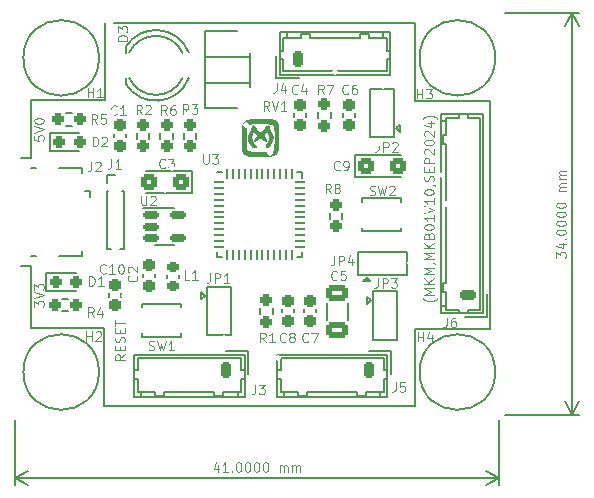
<source format=gto>
G04 #@! TF.GenerationSoftware,KiCad,Pcbnew,8.0.5*
G04 #@! TF.CreationDate,2024-09-28T14:46:52+05:30*
G04 #@! TF.ProjectId,MKM01V10,4d4b4d30-3156-4313-902e-6b696361645f,1.0*
G04 #@! TF.SameCoordinates,Original*
G04 #@! TF.FileFunction,Legend,Top*
G04 #@! TF.FilePolarity,Positive*
%FSLAX46Y46*%
G04 Gerber Fmt 4.6, Leading zero omitted, Abs format (unit mm)*
G04 Created by KiCad (PCBNEW 8.0.5) date 2024-09-28 14:46:52*
%MOMM*%
%LPD*%
G01*
G04 APERTURE LIST*
G04 Aperture macros list*
%AMRoundRect*
0 Rectangle with rounded corners*
0 $1 Rounding radius*
0 $2 $3 $4 $5 $6 $7 $8 $9 X,Y pos of 4 corners*
0 Add a 4 corners polygon primitive as box body*
4,1,4,$2,$3,$4,$5,$6,$7,$8,$9,$2,$3,0*
0 Add four circle primitives for the rounded corners*
1,1,$1+$1,$2,$3*
1,1,$1+$1,$4,$5*
1,1,$1+$1,$6,$7*
1,1,$1+$1,$8,$9*
0 Add four rect primitives between the rounded corners*
20,1,$1+$1,$2,$3,$4,$5,0*
20,1,$1+$1,$4,$5,$6,$7,0*
20,1,$1+$1,$6,$7,$8,$9,0*
20,1,$1+$1,$8,$9,$2,$3,0*%
G04 Aperture macros list end*
%ADD10C,0.150000*%
%ADD11C,0.120000*%
%ADD12R,0.850000X0.850000*%
%ADD13O,0.850000X0.850000*%
%ADD14R,1.500000X1.000000*%
%ADD15RoundRect,0.237500X0.237500X-0.300000X0.237500X0.300000X-0.237500X0.300000X-0.237500X-0.300000X0*%
%ADD16C,3.200000*%
%ADD17RoundRect,0.237500X-0.237500X0.250000X-0.237500X-0.250000X0.237500X-0.250000X0.237500X0.250000X0*%
%ADD18RoundRect,0.062500X-0.375000X-0.062500X0.375000X-0.062500X0.375000X0.062500X-0.375000X0.062500X0*%
%ADD19RoundRect,0.062500X-0.062500X-0.375000X0.062500X-0.375000X0.062500X0.375000X-0.062500X0.375000X0*%
%ADD20R,5.600000X5.600000*%
%ADD21RoundRect,0.237500X-0.237500X0.300000X-0.237500X-0.300000X0.237500X-0.300000X0.237500X0.300000X0*%
%ADD22RoundRect,0.250000X-0.650000X0.412500X-0.650000X-0.412500X0.650000X-0.412500X0.650000X0.412500X0*%
%ADD23RoundRect,0.237500X-0.287500X-0.237500X0.287500X-0.237500X0.287500X0.237500X-0.287500X0.237500X0*%
%ADD24RoundRect,0.237500X0.237500X-0.250000X0.237500X0.250000X-0.237500X0.250000X-0.237500X-0.250000X0*%
%ADD25R,1.000000X1.500000*%
%ADD26RoundRect,0.218750X0.256250X-0.218750X0.256250X0.218750X-0.256250X0.218750X-0.256250X-0.218750X0*%
%ADD27RoundRect,0.237500X-0.250000X-0.237500X0.250000X-0.237500X0.250000X0.237500X-0.250000X0.237500X0*%
%ADD28RoundRect,0.225000X0.225000X0.475000X-0.225000X0.475000X-0.225000X-0.475000X0.225000X-0.475000X0*%
%ADD29O,0.900000X1.400000*%
%ADD30R,0.900000X1.700000*%
%ADD31R,1.350000X0.400000*%
%ADD32O,1.550000X0.890000*%
%ADD33R,1.550000X1.200000*%
%ADD34O,0.950000X1.250000*%
%ADD35R,1.550000X1.500000*%
%ADD36RoundRect,0.225000X-0.225000X-0.475000X0.225000X-0.475000X0.225000X0.475000X-0.225000X0.475000X0*%
%ADD37R,1.070000X1.800000*%
%ADD38O,1.070000X1.800000*%
%ADD39RoundRect,0.250000X-0.450000X-0.425000X0.450000X-0.425000X0.450000X0.425000X-0.450000X0.425000X0*%
%ADD40RoundRect,0.250000X0.450000X0.425000X-0.450000X0.425000X-0.450000X-0.425000X0.450000X-0.425000X0*%
%ADD41RoundRect,0.150000X-0.512500X-0.150000X0.512500X-0.150000X0.512500X0.150000X-0.512500X0.150000X0*%
%ADD42RoundRect,0.225000X0.475000X-0.225000X0.475000X0.225000X-0.475000X0.225000X-0.475000X-0.225000X0*%
%ADD43O,1.400000X0.900000*%
%ADD44C,1.620000*%
%ADD45C,0.500000*%
G04 APERTURE END LIST*
D10*
X76708000Y-56388000D02*
X83058000Y-56388000D01*
X83058000Y-56388000D02*
X83058000Y-37033200D01*
X44196000Y-56235600D02*
X50342800Y-56235600D01*
X44196000Y-41859200D02*
X43332400Y-41859200D01*
X50342800Y-56235600D02*
X50342800Y-62865000D01*
X83475000Y-60000000D02*
G75*
G02*
X77075000Y-60000000I-3200000J0D01*
G01*
X77075000Y-60000000D02*
G75*
G02*
X83475000Y-60000000I3200000J0D01*
G01*
X44196000Y-51054000D02*
X44196000Y-56235600D01*
X49925000Y-33400000D02*
G75*
G02*
X43525000Y-33400000I-3200000J0D01*
G01*
X43525000Y-33400000D02*
G75*
G02*
X49925000Y-33400000I3200000J0D01*
G01*
X50419000Y-36982400D02*
X44196000Y-36982400D01*
X49925000Y-60000000D02*
G75*
G02*
X43525000Y-60000000I-3200000J0D01*
G01*
X43525000Y-60000000D02*
G75*
G02*
X49925000Y-60000000I3200000J0D01*
G01*
X44196000Y-51054000D02*
X43332400Y-51054000D01*
X50342800Y-62865000D02*
X76708000Y-62865000D01*
X83058000Y-37033200D02*
X76657200Y-37033200D01*
X76708000Y-30480000D02*
X51181000Y-30474500D01*
X83475000Y-33400000D02*
G75*
G02*
X77075000Y-33400000I-3200000J0D01*
G01*
X77075000Y-33400000D02*
G75*
G02*
X83475000Y-33400000I3200000J0D01*
G01*
X50419000Y-30485500D02*
X50419000Y-36982400D01*
X76708000Y-62865000D02*
X76708000Y-56388000D01*
X76657200Y-37033200D02*
X76657200Y-30480000D01*
X44196000Y-36982400D02*
X44196000Y-41859200D01*
D11*
X44460255Y-39989624D02*
X44460255Y-40370576D01*
X44460255Y-40370576D02*
X44841207Y-40408672D01*
X44841207Y-40408672D02*
X44803112Y-40370576D01*
X44803112Y-40370576D02*
X44765017Y-40294386D01*
X44765017Y-40294386D02*
X44765017Y-40103910D01*
X44765017Y-40103910D02*
X44803112Y-40027719D01*
X44803112Y-40027719D02*
X44841207Y-39989624D01*
X44841207Y-39989624D02*
X44917398Y-39951529D01*
X44917398Y-39951529D02*
X45107874Y-39951529D01*
X45107874Y-39951529D02*
X45184064Y-39989624D01*
X45184064Y-39989624D02*
X45222160Y-40027719D01*
X45222160Y-40027719D02*
X45260255Y-40103910D01*
X45260255Y-40103910D02*
X45260255Y-40294386D01*
X45260255Y-40294386D02*
X45222160Y-40370576D01*
X45222160Y-40370576D02*
X45184064Y-40408672D01*
X44460255Y-39722957D02*
X45260255Y-39456290D01*
X45260255Y-39456290D02*
X44460255Y-39189624D01*
X44460255Y-38770576D02*
X44460255Y-38694386D01*
X44460255Y-38694386D02*
X44498350Y-38618195D01*
X44498350Y-38618195D02*
X44536445Y-38580100D01*
X44536445Y-38580100D02*
X44612636Y-38542005D01*
X44612636Y-38542005D02*
X44765017Y-38503910D01*
X44765017Y-38503910D02*
X44955493Y-38503910D01*
X44955493Y-38503910D02*
X45107874Y-38542005D01*
X45107874Y-38542005D02*
X45184064Y-38580100D01*
X45184064Y-38580100D02*
X45222160Y-38618195D01*
X45222160Y-38618195D02*
X45260255Y-38694386D01*
X45260255Y-38694386D02*
X45260255Y-38770576D01*
X45260255Y-38770576D02*
X45222160Y-38846767D01*
X45222160Y-38846767D02*
X45184064Y-38884862D01*
X45184064Y-38884862D02*
X45107874Y-38922957D01*
X45107874Y-38922957D02*
X44955493Y-38961053D01*
X44955493Y-38961053D02*
X44765017Y-38961053D01*
X44765017Y-38961053D02*
X44612636Y-38922957D01*
X44612636Y-38922957D02*
X44536445Y-38884862D01*
X44536445Y-38884862D02*
X44498350Y-38846767D01*
X44498350Y-38846767D02*
X44460255Y-38770576D01*
X78580617Y-53754805D02*
X78542521Y-53792900D01*
X78542521Y-53792900D02*
X78428236Y-53869091D01*
X78428236Y-53869091D02*
X78352045Y-53907186D01*
X78352045Y-53907186D02*
X78237760Y-53945281D01*
X78237760Y-53945281D02*
X78047283Y-53983376D01*
X78047283Y-53983376D02*
X77894902Y-53983376D01*
X77894902Y-53983376D02*
X77704426Y-53945281D01*
X77704426Y-53945281D02*
X77590140Y-53907186D01*
X77590140Y-53907186D02*
X77513950Y-53869091D01*
X77513950Y-53869091D02*
X77399664Y-53792900D01*
X77399664Y-53792900D02*
X77361569Y-53754805D01*
X78275855Y-53450043D02*
X77475855Y-53450043D01*
X77475855Y-53450043D02*
X78047283Y-53183377D01*
X78047283Y-53183377D02*
X77475855Y-52916710D01*
X77475855Y-52916710D02*
X78275855Y-52916710D01*
X78275855Y-52535757D02*
X77475855Y-52535757D01*
X78275855Y-52078614D02*
X77818712Y-52421472D01*
X77475855Y-52078614D02*
X77932998Y-52535757D01*
X78275855Y-51735757D02*
X77475855Y-51735757D01*
X77475855Y-51735757D02*
X78047283Y-51469091D01*
X78047283Y-51469091D02*
X77475855Y-51202424D01*
X77475855Y-51202424D02*
X78275855Y-51202424D01*
X78237760Y-50783376D02*
X78275855Y-50783376D01*
X78275855Y-50783376D02*
X78352045Y-50821471D01*
X78352045Y-50821471D02*
X78390140Y-50859567D01*
X78275855Y-50440519D02*
X77475855Y-50440519D01*
X77475855Y-50440519D02*
X78047283Y-50173853D01*
X78047283Y-50173853D02*
X77475855Y-49907186D01*
X77475855Y-49907186D02*
X78275855Y-49907186D01*
X78275855Y-49526233D02*
X77475855Y-49526233D01*
X78275855Y-49069090D02*
X77818712Y-49411948D01*
X77475855Y-49069090D02*
X77932998Y-49526233D01*
X77856807Y-48459567D02*
X77894902Y-48345281D01*
X77894902Y-48345281D02*
X77932998Y-48307186D01*
X77932998Y-48307186D02*
X78009188Y-48269090D01*
X78009188Y-48269090D02*
X78123474Y-48269090D01*
X78123474Y-48269090D02*
X78199664Y-48307186D01*
X78199664Y-48307186D02*
X78237760Y-48345281D01*
X78237760Y-48345281D02*
X78275855Y-48421471D01*
X78275855Y-48421471D02*
X78275855Y-48726233D01*
X78275855Y-48726233D02*
X77475855Y-48726233D01*
X77475855Y-48726233D02*
X77475855Y-48459567D01*
X77475855Y-48459567D02*
X77513950Y-48383376D01*
X77513950Y-48383376D02*
X77552045Y-48345281D01*
X77552045Y-48345281D02*
X77628236Y-48307186D01*
X77628236Y-48307186D02*
X77704426Y-48307186D01*
X77704426Y-48307186D02*
X77780617Y-48345281D01*
X77780617Y-48345281D02*
X77818712Y-48383376D01*
X77818712Y-48383376D02*
X77856807Y-48459567D01*
X77856807Y-48459567D02*
X77856807Y-48726233D01*
X77475855Y-47773852D02*
X77475855Y-47697662D01*
X77475855Y-47697662D02*
X77513950Y-47621471D01*
X77513950Y-47621471D02*
X77552045Y-47583376D01*
X77552045Y-47583376D02*
X77628236Y-47545281D01*
X77628236Y-47545281D02*
X77780617Y-47507186D01*
X77780617Y-47507186D02*
X77971093Y-47507186D01*
X77971093Y-47507186D02*
X78123474Y-47545281D01*
X78123474Y-47545281D02*
X78199664Y-47583376D01*
X78199664Y-47583376D02*
X78237760Y-47621471D01*
X78237760Y-47621471D02*
X78275855Y-47697662D01*
X78275855Y-47697662D02*
X78275855Y-47773852D01*
X78275855Y-47773852D02*
X78237760Y-47850043D01*
X78237760Y-47850043D02*
X78199664Y-47888138D01*
X78199664Y-47888138D02*
X78123474Y-47926233D01*
X78123474Y-47926233D02*
X77971093Y-47964329D01*
X77971093Y-47964329D02*
X77780617Y-47964329D01*
X77780617Y-47964329D02*
X77628236Y-47926233D01*
X77628236Y-47926233D02*
X77552045Y-47888138D01*
X77552045Y-47888138D02*
X77513950Y-47850043D01*
X77513950Y-47850043D02*
X77475855Y-47773852D01*
X78275855Y-46745281D02*
X78275855Y-47202424D01*
X78275855Y-46973852D02*
X77475855Y-46973852D01*
X77475855Y-46973852D02*
X77590140Y-47050043D01*
X77590140Y-47050043D02*
X77666331Y-47126233D01*
X77666331Y-47126233D02*
X77704426Y-47202424D01*
X77475855Y-46516709D02*
X78275855Y-46250042D01*
X78275855Y-46250042D02*
X77475855Y-45983376D01*
X78275855Y-45297662D02*
X78275855Y-45754805D01*
X78275855Y-45526233D02*
X77475855Y-45526233D01*
X77475855Y-45526233D02*
X77590140Y-45602424D01*
X77590140Y-45602424D02*
X77666331Y-45678614D01*
X77666331Y-45678614D02*
X77704426Y-45754805D01*
X77475855Y-44802423D02*
X77475855Y-44726233D01*
X77475855Y-44726233D02*
X77513950Y-44650042D01*
X77513950Y-44650042D02*
X77552045Y-44611947D01*
X77552045Y-44611947D02*
X77628236Y-44573852D01*
X77628236Y-44573852D02*
X77780617Y-44535757D01*
X77780617Y-44535757D02*
X77971093Y-44535757D01*
X77971093Y-44535757D02*
X78123474Y-44573852D01*
X78123474Y-44573852D02*
X78199664Y-44611947D01*
X78199664Y-44611947D02*
X78237760Y-44650042D01*
X78237760Y-44650042D02*
X78275855Y-44726233D01*
X78275855Y-44726233D02*
X78275855Y-44802423D01*
X78275855Y-44802423D02*
X78237760Y-44878614D01*
X78237760Y-44878614D02*
X78199664Y-44916709D01*
X78199664Y-44916709D02*
X78123474Y-44954804D01*
X78123474Y-44954804D02*
X77971093Y-44992900D01*
X77971093Y-44992900D02*
X77780617Y-44992900D01*
X77780617Y-44992900D02*
X77628236Y-44954804D01*
X77628236Y-44954804D02*
X77552045Y-44916709D01*
X77552045Y-44916709D02*
X77513950Y-44878614D01*
X77513950Y-44878614D02*
X77475855Y-44802423D01*
X78237760Y-44154804D02*
X78275855Y-44154804D01*
X78275855Y-44154804D02*
X78352045Y-44192899D01*
X78352045Y-44192899D02*
X78390140Y-44230995D01*
X78237760Y-43850043D02*
X78275855Y-43735757D01*
X78275855Y-43735757D02*
X78275855Y-43545281D01*
X78275855Y-43545281D02*
X78237760Y-43469090D01*
X78237760Y-43469090D02*
X78199664Y-43430995D01*
X78199664Y-43430995D02*
X78123474Y-43392900D01*
X78123474Y-43392900D02*
X78047283Y-43392900D01*
X78047283Y-43392900D02*
X77971093Y-43430995D01*
X77971093Y-43430995D02*
X77932998Y-43469090D01*
X77932998Y-43469090D02*
X77894902Y-43545281D01*
X77894902Y-43545281D02*
X77856807Y-43697662D01*
X77856807Y-43697662D02*
X77818712Y-43773852D01*
X77818712Y-43773852D02*
X77780617Y-43811947D01*
X77780617Y-43811947D02*
X77704426Y-43850043D01*
X77704426Y-43850043D02*
X77628236Y-43850043D01*
X77628236Y-43850043D02*
X77552045Y-43811947D01*
X77552045Y-43811947D02*
X77513950Y-43773852D01*
X77513950Y-43773852D02*
X77475855Y-43697662D01*
X77475855Y-43697662D02*
X77475855Y-43507185D01*
X77475855Y-43507185D02*
X77513950Y-43392900D01*
X77856807Y-43050042D02*
X77856807Y-42783376D01*
X78275855Y-42669090D02*
X78275855Y-43050042D01*
X78275855Y-43050042D02*
X77475855Y-43050042D01*
X77475855Y-43050042D02*
X77475855Y-42669090D01*
X78275855Y-42326232D02*
X77475855Y-42326232D01*
X77475855Y-42326232D02*
X77475855Y-42021470D01*
X77475855Y-42021470D02*
X77513950Y-41945280D01*
X77513950Y-41945280D02*
X77552045Y-41907185D01*
X77552045Y-41907185D02*
X77628236Y-41869089D01*
X77628236Y-41869089D02*
X77742521Y-41869089D01*
X77742521Y-41869089D02*
X77818712Y-41907185D01*
X77818712Y-41907185D02*
X77856807Y-41945280D01*
X77856807Y-41945280D02*
X77894902Y-42021470D01*
X77894902Y-42021470D02*
X77894902Y-42326232D01*
X77552045Y-41564328D02*
X77513950Y-41526232D01*
X77513950Y-41526232D02*
X77475855Y-41450042D01*
X77475855Y-41450042D02*
X77475855Y-41259566D01*
X77475855Y-41259566D02*
X77513950Y-41183375D01*
X77513950Y-41183375D02*
X77552045Y-41145280D01*
X77552045Y-41145280D02*
X77628236Y-41107185D01*
X77628236Y-41107185D02*
X77704426Y-41107185D01*
X77704426Y-41107185D02*
X77818712Y-41145280D01*
X77818712Y-41145280D02*
X78275855Y-41602423D01*
X78275855Y-41602423D02*
X78275855Y-41107185D01*
X77475855Y-40611946D02*
X77475855Y-40535756D01*
X77475855Y-40535756D02*
X77513950Y-40459565D01*
X77513950Y-40459565D02*
X77552045Y-40421470D01*
X77552045Y-40421470D02*
X77628236Y-40383375D01*
X77628236Y-40383375D02*
X77780617Y-40345280D01*
X77780617Y-40345280D02*
X77971093Y-40345280D01*
X77971093Y-40345280D02*
X78123474Y-40383375D01*
X78123474Y-40383375D02*
X78199664Y-40421470D01*
X78199664Y-40421470D02*
X78237760Y-40459565D01*
X78237760Y-40459565D02*
X78275855Y-40535756D01*
X78275855Y-40535756D02*
X78275855Y-40611946D01*
X78275855Y-40611946D02*
X78237760Y-40688137D01*
X78237760Y-40688137D02*
X78199664Y-40726232D01*
X78199664Y-40726232D02*
X78123474Y-40764327D01*
X78123474Y-40764327D02*
X77971093Y-40802423D01*
X77971093Y-40802423D02*
X77780617Y-40802423D01*
X77780617Y-40802423D02*
X77628236Y-40764327D01*
X77628236Y-40764327D02*
X77552045Y-40726232D01*
X77552045Y-40726232D02*
X77513950Y-40688137D01*
X77513950Y-40688137D02*
X77475855Y-40611946D01*
X77552045Y-40040518D02*
X77513950Y-40002422D01*
X77513950Y-40002422D02*
X77475855Y-39926232D01*
X77475855Y-39926232D02*
X77475855Y-39735756D01*
X77475855Y-39735756D02*
X77513950Y-39659565D01*
X77513950Y-39659565D02*
X77552045Y-39621470D01*
X77552045Y-39621470D02*
X77628236Y-39583375D01*
X77628236Y-39583375D02*
X77704426Y-39583375D01*
X77704426Y-39583375D02*
X77818712Y-39621470D01*
X77818712Y-39621470D02*
X78275855Y-40078613D01*
X78275855Y-40078613D02*
X78275855Y-39583375D01*
X77742521Y-38897660D02*
X78275855Y-38897660D01*
X77437760Y-39088136D02*
X78009188Y-39278613D01*
X78009188Y-39278613D02*
X78009188Y-38783374D01*
X78580617Y-38554803D02*
X78542521Y-38516708D01*
X78542521Y-38516708D02*
X78428236Y-38440517D01*
X78428236Y-38440517D02*
X78352045Y-38402422D01*
X78352045Y-38402422D02*
X78237760Y-38364327D01*
X78237760Y-38364327D02*
X78047283Y-38326231D01*
X78047283Y-38326231D02*
X77894902Y-38326231D01*
X77894902Y-38326231D02*
X77704426Y-38364327D01*
X77704426Y-38364327D02*
X77590140Y-38402422D01*
X77590140Y-38402422D02*
X77513950Y-38440517D01*
X77513950Y-38440517D02*
X77399664Y-38516708D01*
X77399664Y-38516708D02*
X77361569Y-38554803D01*
X52118255Y-58506233D02*
X51737302Y-58772900D01*
X52118255Y-58963376D02*
X51318255Y-58963376D01*
X51318255Y-58963376D02*
X51318255Y-58658614D01*
X51318255Y-58658614D02*
X51356350Y-58582424D01*
X51356350Y-58582424D02*
X51394445Y-58544329D01*
X51394445Y-58544329D02*
X51470636Y-58506233D01*
X51470636Y-58506233D02*
X51584921Y-58506233D01*
X51584921Y-58506233D02*
X51661112Y-58544329D01*
X51661112Y-58544329D02*
X51699207Y-58582424D01*
X51699207Y-58582424D02*
X51737302Y-58658614D01*
X51737302Y-58658614D02*
X51737302Y-58963376D01*
X51699207Y-58163376D02*
X51699207Y-57896710D01*
X52118255Y-57782424D02*
X52118255Y-58163376D01*
X52118255Y-58163376D02*
X51318255Y-58163376D01*
X51318255Y-58163376D02*
X51318255Y-57782424D01*
X52080160Y-57477662D02*
X52118255Y-57363376D01*
X52118255Y-57363376D02*
X52118255Y-57172900D01*
X52118255Y-57172900D02*
X52080160Y-57096709D01*
X52080160Y-57096709D02*
X52042064Y-57058614D01*
X52042064Y-57058614D02*
X51965874Y-57020519D01*
X51965874Y-57020519D02*
X51889683Y-57020519D01*
X51889683Y-57020519D02*
X51813493Y-57058614D01*
X51813493Y-57058614D02*
X51775398Y-57096709D01*
X51775398Y-57096709D02*
X51737302Y-57172900D01*
X51737302Y-57172900D02*
X51699207Y-57325281D01*
X51699207Y-57325281D02*
X51661112Y-57401471D01*
X51661112Y-57401471D02*
X51623017Y-57439566D01*
X51623017Y-57439566D02*
X51546826Y-57477662D01*
X51546826Y-57477662D02*
X51470636Y-57477662D01*
X51470636Y-57477662D02*
X51394445Y-57439566D01*
X51394445Y-57439566D02*
X51356350Y-57401471D01*
X51356350Y-57401471D02*
X51318255Y-57325281D01*
X51318255Y-57325281D02*
X51318255Y-57134804D01*
X51318255Y-57134804D02*
X51356350Y-57020519D01*
X51699207Y-56677661D02*
X51699207Y-56410995D01*
X52118255Y-56296709D02*
X52118255Y-56677661D01*
X52118255Y-56677661D02*
X51318255Y-56677661D01*
X51318255Y-56677661D02*
X51318255Y-56296709D01*
X51318255Y-56068137D02*
X51318255Y-55610994D01*
X52118255Y-55839566D02*
X51318255Y-55839566D01*
X44460255Y-54467567D02*
X44460255Y-53972329D01*
X44460255Y-53972329D02*
X44765017Y-54238995D01*
X44765017Y-54238995D02*
X44765017Y-54124710D01*
X44765017Y-54124710D02*
X44803112Y-54048519D01*
X44803112Y-54048519D02*
X44841207Y-54010424D01*
X44841207Y-54010424D02*
X44917398Y-53972329D01*
X44917398Y-53972329D02*
X45107874Y-53972329D01*
X45107874Y-53972329D02*
X45184064Y-54010424D01*
X45184064Y-54010424D02*
X45222160Y-54048519D01*
X45222160Y-54048519D02*
X45260255Y-54124710D01*
X45260255Y-54124710D02*
X45260255Y-54353281D01*
X45260255Y-54353281D02*
X45222160Y-54429472D01*
X45222160Y-54429472D02*
X45184064Y-54467567D01*
X44460255Y-53743757D02*
X45260255Y-53477090D01*
X45260255Y-53477090D02*
X44460255Y-53210424D01*
X44460255Y-53019948D02*
X44460255Y-52524710D01*
X44460255Y-52524710D02*
X44765017Y-52791376D01*
X44765017Y-52791376D02*
X44765017Y-52677091D01*
X44765017Y-52677091D02*
X44803112Y-52600900D01*
X44803112Y-52600900D02*
X44841207Y-52562805D01*
X44841207Y-52562805D02*
X44917398Y-52524710D01*
X44917398Y-52524710D02*
X45107874Y-52524710D01*
X45107874Y-52524710D02*
X45184064Y-52562805D01*
X45184064Y-52562805D02*
X45222160Y-52600900D01*
X45222160Y-52600900D02*
X45260255Y-52677091D01*
X45260255Y-52677091D02*
X45260255Y-52905662D01*
X45260255Y-52905662D02*
X45222160Y-52981853D01*
X45222160Y-52981853D02*
X45184064Y-53019948D01*
X60005713Y-67910521D02*
X60005713Y-68443855D01*
X59815237Y-67605760D02*
X59624760Y-68177188D01*
X59624760Y-68177188D02*
X60119999Y-68177188D01*
X60843808Y-68443855D02*
X60386665Y-68443855D01*
X60615237Y-68443855D02*
X60615237Y-67643855D01*
X60615237Y-67643855D02*
X60539046Y-67758140D01*
X60539046Y-67758140D02*
X60462856Y-67834331D01*
X60462856Y-67834331D02*
X60386665Y-67872426D01*
X61186666Y-68367664D02*
X61224761Y-68405760D01*
X61224761Y-68405760D02*
X61186666Y-68443855D01*
X61186666Y-68443855D02*
X61148570Y-68405760D01*
X61148570Y-68405760D02*
X61186666Y-68367664D01*
X61186666Y-68367664D02*
X61186666Y-68443855D01*
X61719999Y-67643855D02*
X61796189Y-67643855D01*
X61796189Y-67643855D02*
X61872380Y-67681950D01*
X61872380Y-67681950D02*
X61910475Y-67720045D01*
X61910475Y-67720045D02*
X61948570Y-67796236D01*
X61948570Y-67796236D02*
X61986665Y-67948617D01*
X61986665Y-67948617D02*
X61986665Y-68139093D01*
X61986665Y-68139093D02*
X61948570Y-68291474D01*
X61948570Y-68291474D02*
X61910475Y-68367664D01*
X61910475Y-68367664D02*
X61872380Y-68405760D01*
X61872380Y-68405760D02*
X61796189Y-68443855D01*
X61796189Y-68443855D02*
X61719999Y-68443855D01*
X61719999Y-68443855D02*
X61643808Y-68405760D01*
X61643808Y-68405760D02*
X61605713Y-68367664D01*
X61605713Y-68367664D02*
X61567618Y-68291474D01*
X61567618Y-68291474D02*
X61529522Y-68139093D01*
X61529522Y-68139093D02*
X61529522Y-67948617D01*
X61529522Y-67948617D02*
X61567618Y-67796236D01*
X61567618Y-67796236D02*
X61605713Y-67720045D01*
X61605713Y-67720045D02*
X61643808Y-67681950D01*
X61643808Y-67681950D02*
X61719999Y-67643855D01*
X62481904Y-67643855D02*
X62558094Y-67643855D01*
X62558094Y-67643855D02*
X62634285Y-67681950D01*
X62634285Y-67681950D02*
X62672380Y-67720045D01*
X62672380Y-67720045D02*
X62710475Y-67796236D01*
X62710475Y-67796236D02*
X62748570Y-67948617D01*
X62748570Y-67948617D02*
X62748570Y-68139093D01*
X62748570Y-68139093D02*
X62710475Y-68291474D01*
X62710475Y-68291474D02*
X62672380Y-68367664D01*
X62672380Y-68367664D02*
X62634285Y-68405760D01*
X62634285Y-68405760D02*
X62558094Y-68443855D01*
X62558094Y-68443855D02*
X62481904Y-68443855D01*
X62481904Y-68443855D02*
X62405713Y-68405760D01*
X62405713Y-68405760D02*
X62367618Y-68367664D01*
X62367618Y-68367664D02*
X62329523Y-68291474D01*
X62329523Y-68291474D02*
X62291427Y-68139093D01*
X62291427Y-68139093D02*
X62291427Y-67948617D01*
X62291427Y-67948617D02*
X62329523Y-67796236D01*
X62329523Y-67796236D02*
X62367618Y-67720045D01*
X62367618Y-67720045D02*
X62405713Y-67681950D01*
X62405713Y-67681950D02*
X62481904Y-67643855D01*
X63243809Y-67643855D02*
X63319999Y-67643855D01*
X63319999Y-67643855D02*
X63396190Y-67681950D01*
X63396190Y-67681950D02*
X63434285Y-67720045D01*
X63434285Y-67720045D02*
X63472380Y-67796236D01*
X63472380Y-67796236D02*
X63510475Y-67948617D01*
X63510475Y-67948617D02*
X63510475Y-68139093D01*
X63510475Y-68139093D02*
X63472380Y-68291474D01*
X63472380Y-68291474D02*
X63434285Y-68367664D01*
X63434285Y-68367664D02*
X63396190Y-68405760D01*
X63396190Y-68405760D02*
X63319999Y-68443855D01*
X63319999Y-68443855D02*
X63243809Y-68443855D01*
X63243809Y-68443855D02*
X63167618Y-68405760D01*
X63167618Y-68405760D02*
X63129523Y-68367664D01*
X63129523Y-68367664D02*
X63091428Y-68291474D01*
X63091428Y-68291474D02*
X63053332Y-68139093D01*
X63053332Y-68139093D02*
X63053332Y-67948617D01*
X63053332Y-67948617D02*
X63091428Y-67796236D01*
X63091428Y-67796236D02*
X63129523Y-67720045D01*
X63129523Y-67720045D02*
X63167618Y-67681950D01*
X63167618Y-67681950D02*
X63243809Y-67643855D01*
X64005714Y-67643855D02*
X64081904Y-67643855D01*
X64081904Y-67643855D02*
X64158095Y-67681950D01*
X64158095Y-67681950D02*
X64196190Y-67720045D01*
X64196190Y-67720045D02*
X64234285Y-67796236D01*
X64234285Y-67796236D02*
X64272380Y-67948617D01*
X64272380Y-67948617D02*
X64272380Y-68139093D01*
X64272380Y-68139093D02*
X64234285Y-68291474D01*
X64234285Y-68291474D02*
X64196190Y-68367664D01*
X64196190Y-68367664D02*
X64158095Y-68405760D01*
X64158095Y-68405760D02*
X64081904Y-68443855D01*
X64081904Y-68443855D02*
X64005714Y-68443855D01*
X64005714Y-68443855D02*
X63929523Y-68405760D01*
X63929523Y-68405760D02*
X63891428Y-68367664D01*
X63891428Y-68367664D02*
X63853333Y-68291474D01*
X63853333Y-68291474D02*
X63815237Y-68139093D01*
X63815237Y-68139093D02*
X63815237Y-67948617D01*
X63815237Y-67948617D02*
X63853333Y-67796236D01*
X63853333Y-67796236D02*
X63891428Y-67720045D01*
X63891428Y-67720045D02*
X63929523Y-67681950D01*
X63929523Y-67681950D02*
X64005714Y-67643855D01*
X65224762Y-68443855D02*
X65224762Y-67910521D01*
X65224762Y-67986712D02*
X65262857Y-67948617D01*
X65262857Y-67948617D02*
X65339047Y-67910521D01*
X65339047Y-67910521D02*
X65453333Y-67910521D01*
X65453333Y-67910521D02*
X65529524Y-67948617D01*
X65529524Y-67948617D02*
X65567619Y-68024807D01*
X65567619Y-68024807D02*
X65567619Y-68443855D01*
X65567619Y-68024807D02*
X65605714Y-67948617D01*
X65605714Y-67948617D02*
X65681905Y-67910521D01*
X65681905Y-67910521D02*
X65796190Y-67910521D01*
X65796190Y-67910521D02*
X65872381Y-67948617D01*
X65872381Y-67948617D02*
X65910476Y-68024807D01*
X65910476Y-68024807D02*
X65910476Y-68443855D01*
X66291429Y-68443855D02*
X66291429Y-67910521D01*
X66291429Y-67986712D02*
X66329524Y-67948617D01*
X66329524Y-67948617D02*
X66405714Y-67910521D01*
X66405714Y-67910521D02*
X66520000Y-67910521D01*
X66520000Y-67910521D02*
X66596191Y-67948617D01*
X66596191Y-67948617D02*
X66634286Y-68024807D01*
X66634286Y-68024807D02*
X66634286Y-68443855D01*
X66634286Y-68024807D02*
X66672381Y-67948617D01*
X66672381Y-67948617D02*
X66748572Y-67910521D01*
X66748572Y-67910521D02*
X66862857Y-67910521D01*
X66862857Y-67910521D02*
X66939048Y-67948617D01*
X66939048Y-67948617D02*
X66977143Y-68024807D01*
X66977143Y-68024807D02*
X66977143Y-68443855D01*
D10*
X42820000Y-64100000D02*
X42820000Y-69586420D01*
X83820000Y-64100000D02*
X83820000Y-69586420D01*
X42820000Y-69000000D02*
X83820000Y-69000000D01*
X42820000Y-69000000D02*
X83820000Y-69000000D01*
X42820000Y-69000000D02*
X43946504Y-68413579D01*
X42820000Y-69000000D02*
X43946504Y-69586421D01*
X83820000Y-69000000D02*
X82693496Y-69586421D01*
X83820000Y-69000000D02*
X82693496Y-68413579D01*
D11*
X88643855Y-50333334D02*
X88643855Y-49838096D01*
X88643855Y-49838096D02*
X88948617Y-50104762D01*
X88948617Y-50104762D02*
X88948617Y-49990477D01*
X88948617Y-49990477D02*
X88986712Y-49914286D01*
X88986712Y-49914286D02*
X89024807Y-49876191D01*
X89024807Y-49876191D02*
X89100998Y-49838096D01*
X89100998Y-49838096D02*
X89291474Y-49838096D01*
X89291474Y-49838096D02*
X89367664Y-49876191D01*
X89367664Y-49876191D02*
X89405760Y-49914286D01*
X89405760Y-49914286D02*
X89443855Y-49990477D01*
X89443855Y-49990477D02*
X89443855Y-50219048D01*
X89443855Y-50219048D02*
X89405760Y-50295239D01*
X89405760Y-50295239D02*
X89367664Y-50333334D01*
X88910521Y-49152381D02*
X89443855Y-49152381D01*
X88605760Y-49342857D02*
X89177188Y-49533334D01*
X89177188Y-49533334D02*
X89177188Y-49038095D01*
X89367664Y-48733333D02*
X89405760Y-48695238D01*
X89405760Y-48695238D02*
X89443855Y-48733333D01*
X89443855Y-48733333D02*
X89405760Y-48771429D01*
X89405760Y-48771429D02*
X89367664Y-48733333D01*
X89367664Y-48733333D02*
X89443855Y-48733333D01*
X88643855Y-48200000D02*
X88643855Y-48123810D01*
X88643855Y-48123810D02*
X88681950Y-48047619D01*
X88681950Y-48047619D02*
X88720045Y-48009524D01*
X88720045Y-48009524D02*
X88796236Y-47971429D01*
X88796236Y-47971429D02*
X88948617Y-47933334D01*
X88948617Y-47933334D02*
X89139093Y-47933334D01*
X89139093Y-47933334D02*
X89291474Y-47971429D01*
X89291474Y-47971429D02*
X89367664Y-48009524D01*
X89367664Y-48009524D02*
X89405760Y-48047619D01*
X89405760Y-48047619D02*
X89443855Y-48123810D01*
X89443855Y-48123810D02*
X89443855Y-48200000D01*
X89443855Y-48200000D02*
X89405760Y-48276191D01*
X89405760Y-48276191D02*
X89367664Y-48314286D01*
X89367664Y-48314286D02*
X89291474Y-48352381D01*
X89291474Y-48352381D02*
X89139093Y-48390477D01*
X89139093Y-48390477D02*
X88948617Y-48390477D01*
X88948617Y-48390477D02*
X88796236Y-48352381D01*
X88796236Y-48352381D02*
X88720045Y-48314286D01*
X88720045Y-48314286D02*
X88681950Y-48276191D01*
X88681950Y-48276191D02*
X88643855Y-48200000D01*
X88643855Y-47438095D02*
X88643855Y-47361905D01*
X88643855Y-47361905D02*
X88681950Y-47285714D01*
X88681950Y-47285714D02*
X88720045Y-47247619D01*
X88720045Y-47247619D02*
X88796236Y-47209524D01*
X88796236Y-47209524D02*
X88948617Y-47171429D01*
X88948617Y-47171429D02*
X89139093Y-47171429D01*
X89139093Y-47171429D02*
X89291474Y-47209524D01*
X89291474Y-47209524D02*
X89367664Y-47247619D01*
X89367664Y-47247619D02*
X89405760Y-47285714D01*
X89405760Y-47285714D02*
X89443855Y-47361905D01*
X89443855Y-47361905D02*
X89443855Y-47438095D01*
X89443855Y-47438095D02*
X89405760Y-47514286D01*
X89405760Y-47514286D02*
X89367664Y-47552381D01*
X89367664Y-47552381D02*
X89291474Y-47590476D01*
X89291474Y-47590476D02*
X89139093Y-47628572D01*
X89139093Y-47628572D02*
X88948617Y-47628572D01*
X88948617Y-47628572D02*
X88796236Y-47590476D01*
X88796236Y-47590476D02*
X88720045Y-47552381D01*
X88720045Y-47552381D02*
X88681950Y-47514286D01*
X88681950Y-47514286D02*
X88643855Y-47438095D01*
X88643855Y-46676190D02*
X88643855Y-46600000D01*
X88643855Y-46600000D02*
X88681950Y-46523809D01*
X88681950Y-46523809D02*
X88720045Y-46485714D01*
X88720045Y-46485714D02*
X88796236Y-46447619D01*
X88796236Y-46447619D02*
X88948617Y-46409524D01*
X88948617Y-46409524D02*
X89139093Y-46409524D01*
X89139093Y-46409524D02*
X89291474Y-46447619D01*
X89291474Y-46447619D02*
X89367664Y-46485714D01*
X89367664Y-46485714D02*
X89405760Y-46523809D01*
X89405760Y-46523809D02*
X89443855Y-46600000D01*
X89443855Y-46600000D02*
X89443855Y-46676190D01*
X89443855Y-46676190D02*
X89405760Y-46752381D01*
X89405760Y-46752381D02*
X89367664Y-46790476D01*
X89367664Y-46790476D02*
X89291474Y-46828571D01*
X89291474Y-46828571D02*
X89139093Y-46866667D01*
X89139093Y-46866667D02*
X88948617Y-46866667D01*
X88948617Y-46866667D02*
X88796236Y-46828571D01*
X88796236Y-46828571D02*
X88720045Y-46790476D01*
X88720045Y-46790476D02*
X88681950Y-46752381D01*
X88681950Y-46752381D02*
X88643855Y-46676190D01*
X88643855Y-45914285D02*
X88643855Y-45838095D01*
X88643855Y-45838095D02*
X88681950Y-45761904D01*
X88681950Y-45761904D02*
X88720045Y-45723809D01*
X88720045Y-45723809D02*
X88796236Y-45685714D01*
X88796236Y-45685714D02*
X88948617Y-45647619D01*
X88948617Y-45647619D02*
X89139093Y-45647619D01*
X89139093Y-45647619D02*
X89291474Y-45685714D01*
X89291474Y-45685714D02*
X89367664Y-45723809D01*
X89367664Y-45723809D02*
X89405760Y-45761904D01*
X89405760Y-45761904D02*
X89443855Y-45838095D01*
X89443855Y-45838095D02*
X89443855Y-45914285D01*
X89443855Y-45914285D02*
X89405760Y-45990476D01*
X89405760Y-45990476D02*
X89367664Y-46028571D01*
X89367664Y-46028571D02*
X89291474Y-46066666D01*
X89291474Y-46066666D02*
X89139093Y-46104762D01*
X89139093Y-46104762D02*
X88948617Y-46104762D01*
X88948617Y-46104762D02*
X88796236Y-46066666D01*
X88796236Y-46066666D02*
X88720045Y-46028571D01*
X88720045Y-46028571D02*
X88681950Y-45990476D01*
X88681950Y-45990476D02*
X88643855Y-45914285D01*
X89443855Y-44695237D02*
X88910521Y-44695237D01*
X88986712Y-44695237D02*
X88948617Y-44657142D01*
X88948617Y-44657142D02*
X88910521Y-44580952D01*
X88910521Y-44580952D02*
X88910521Y-44466666D01*
X88910521Y-44466666D02*
X88948617Y-44390475D01*
X88948617Y-44390475D02*
X89024807Y-44352380D01*
X89024807Y-44352380D02*
X89443855Y-44352380D01*
X89024807Y-44352380D02*
X88948617Y-44314285D01*
X88948617Y-44314285D02*
X88910521Y-44238094D01*
X88910521Y-44238094D02*
X88910521Y-44123809D01*
X88910521Y-44123809D02*
X88948617Y-44047618D01*
X88948617Y-44047618D02*
X89024807Y-44009523D01*
X89024807Y-44009523D02*
X89443855Y-44009523D01*
X89443855Y-43628570D02*
X88910521Y-43628570D01*
X88986712Y-43628570D02*
X88948617Y-43590475D01*
X88948617Y-43590475D02*
X88910521Y-43514285D01*
X88910521Y-43514285D02*
X88910521Y-43399999D01*
X88910521Y-43399999D02*
X88948617Y-43323808D01*
X88948617Y-43323808D02*
X89024807Y-43285713D01*
X89024807Y-43285713D02*
X89443855Y-43285713D01*
X89024807Y-43285713D02*
X88948617Y-43247618D01*
X88948617Y-43247618D02*
X88910521Y-43171427D01*
X88910521Y-43171427D02*
X88910521Y-43057142D01*
X88910521Y-43057142D02*
X88948617Y-42980951D01*
X88948617Y-42980951D02*
X89024807Y-42942856D01*
X89024807Y-42942856D02*
X89443855Y-42942856D01*
D10*
X84320000Y-29600000D02*
X90586420Y-29600000D01*
X84320000Y-63600000D02*
X90586420Y-63600000D01*
X90000000Y-29600000D02*
X90000000Y-63600000D01*
X90000000Y-29600000D02*
X90000000Y-63600000D01*
X90000000Y-29600000D02*
X90586421Y-30726504D01*
X90000000Y-29600000D02*
X89413579Y-30726504D01*
X90000000Y-63600000D02*
X89413579Y-62473496D01*
X90000000Y-63600000D02*
X90586421Y-62473496D01*
D11*
X50986133Y-41985855D02*
X50986133Y-42557283D01*
X50986133Y-42557283D02*
X50948038Y-42671569D01*
X50948038Y-42671569D02*
X50871847Y-42747760D01*
X50871847Y-42747760D02*
X50757562Y-42785855D01*
X50757562Y-42785855D02*
X50681371Y-42785855D01*
X51786133Y-42785855D02*
X51328990Y-42785855D01*
X51557562Y-42785855D02*
X51557562Y-41985855D01*
X51557562Y-41985855D02*
X51481371Y-42100140D01*
X51481371Y-42100140D02*
X51405181Y-42176331D01*
X51405181Y-42176331D02*
X51328990Y-42214426D01*
X73553333Y-52063855D02*
X73553333Y-52635283D01*
X73553333Y-52635283D02*
X73515238Y-52749569D01*
X73515238Y-52749569D02*
X73439047Y-52825760D01*
X73439047Y-52825760D02*
X73324762Y-52863855D01*
X73324762Y-52863855D02*
X73248571Y-52863855D01*
X73934286Y-52863855D02*
X73934286Y-52063855D01*
X73934286Y-52063855D02*
X74239048Y-52063855D01*
X74239048Y-52063855D02*
X74315238Y-52101950D01*
X74315238Y-52101950D02*
X74353333Y-52140045D01*
X74353333Y-52140045D02*
X74391429Y-52216236D01*
X74391429Y-52216236D02*
X74391429Y-52330521D01*
X74391429Y-52330521D02*
X74353333Y-52406712D01*
X74353333Y-52406712D02*
X74315238Y-52444807D01*
X74315238Y-52444807D02*
X74239048Y-52482902D01*
X74239048Y-52482902D02*
X73934286Y-52482902D01*
X74658095Y-52063855D02*
X75153333Y-52063855D01*
X75153333Y-52063855D02*
X74886667Y-52368617D01*
X74886667Y-52368617D02*
X75000952Y-52368617D01*
X75000952Y-52368617D02*
X75077143Y-52406712D01*
X75077143Y-52406712D02*
X75115238Y-52444807D01*
X75115238Y-52444807D02*
X75153333Y-52520998D01*
X75153333Y-52520998D02*
X75153333Y-52711474D01*
X75153333Y-52711474D02*
X75115238Y-52787664D01*
X75115238Y-52787664D02*
X75077143Y-52825760D01*
X75077143Y-52825760D02*
X75000952Y-52863855D01*
X75000952Y-52863855D02*
X74772381Y-52863855D01*
X74772381Y-52863855D02*
X74696190Y-52825760D01*
X74696190Y-52825760D02*
X74658095Y-52787664D01*
X51428667Y-38136663D02*
X51390571Y-38174759D01*
X51390571Y-38174759D02*
X51276286Y-38212854D01*
X51276286Y-38212854D02*
X51200095Y-38212854D01*
X51200095Y-38212854D02*
X51085809Y-38174759D01*
X51085809Y-38174759D02*
X51009619Y-38098568D01*
X51009619Y-38098568D02*
X50971524Y-38022378D01*
X50971524Y-38022378D02*
X50933428Y-37869997D01*
X50933428Y-37869997D02*
X50933428Y-37755711D01*
X50933428Y-37755711D02*
X50971524Y-37603330D01*
X50971524Y-37603330D02*
X51009619Y-37527139D01*
X51009619Y-37527139D02*
X51085809Y-37450949D01*
X51085809Y-37450949D02*
X51200095Y-37412854D01*
X51200095Y-37412854D02*
X51276286Y-37412854D01*
X51276286Y-37412854D02*
X51390571Y-37450949D01*
X51390571Y-37450949D02*
X51428667Y-37489044D01*
X52190571Y-38212854D02*
X51733428Y-38212854D01*
X51962000Y-38212854D02*
X51962000Y-37412854D01*
X51962000Y-37412854D02*
X51885809Y-37527139D01*
X51885809Y-37527139D02*
X51809619Y-37603330D01*
X51809619Y-37603330D02*
X51733428Y-37641425D01*
X48971276Y-36736655D02*
X48971276Y-35936655D01*
X48971276Y-36317607D02*
X49428419Y-36317607D01*
X49428419Y-36736655D02*
X49428419Y-35936655D01*
X50228418Y-36736655D02*
X49771275Y-36736655D01*
X49999847Y-36736655D02*
X49999847Y-35936655D01*
X49999847Y-35936655D02*
X49923656Y-36050940D01*
X49923656Y-36050940D02*
X49847466Y-36127131D01*
X49847466Y-36127131D02*
X49771275Y-36165226D01*
X57499267Y-38137455D02*
X57232600Y-37756502D01*
X57042124Y-38137455D02*
X57042124Y-37337455D01*
X57042124Y-37337455D02*
X57346886Y-37337455D01*
X57346886Y-37337455D02*
X57423076Y-37375550D01*
X57423076Y-37375550D02*
X57461171Y-37413645D01*
X57461171Y-37413645D02*
X57499267Y-37489836D01*
X57499267Y-37489836D02*
X57499267Y-37604121D01*
X57499267Y-37604121D02*
X57461171Y-37680312D01*
X57461171Y-37680312D02*
X57423076Y-37718407D01*
X57423076Y-37718407D02*
X57346886Y-37756502D01*
X57346886Y-37756502D02*
X57042124Y-37756502D01*
X57765933Y-37337455D02*
X58261171Y-37337455D01*
X58261171Y-37337455D02*
X57994505Y-37642217D01*
X57994505Y-37642217D02*
X58108790Y-37642217D01*
X58108790Y-37642217D02*
X58184981Y-37680312D01*
X58184981Y-37680312D02*
X58223076Y-37718407D01*
X58223076Y-37718407D02*
X58261171Y-37794598D01*
X58261171Y-37794598D02*
X58261171Y-37985074D01*
X58261171Y-37985074D02*
X58223076Y-38061264D01*
X58223076Y-38061264D02*
X58184981Y-38099360D01*
X58184981Y-38099360D02*
X58108790Y-38137455D01*
X58108790Y-38137455D02*
X57880219Y-38137455D01*
X57880219Y-38137455D02*
X57804028Y-38099360D01*
X57804028Y-38099360D02*
X57765933Y-38061264D01*
X58750276Y-41548655D02*
X58750276Y-42196274D01*
X58750276Y-42196274D02*
X58788371Y-42272464D01*
X58788371Y-42272464D02*
X58826466Y-42310560D01*
X58826466Y-42310560D02*
X58902657Y-42348655D01*
X58902657Y-42348655D02*
X59055038Y-42348655D01*
X59055038Y-42348655D02*
X59131228Y-42310560D01*
X59131228Y-42310560D02*
X59169323Y-42272464D01*
X59169323Y-42272464D02*
X59207419Y-42196274D01*
X59207419Y-42196274D02*
X59207419Y-41548655D01*
X59512180Y-41548655D02*
X60007418Y-41548655D01*
X60007418Y-41548655D02*
X59740752Y-41853417D01*
X59740752Y-41853417D02*
X59855037Y-41853417D01*
X59855037Y-41853417D02*
X59931228Y-41891512D01*
X59931228Y-41891512D02*
X59969323Y-41929607D01*
X59969323Y-41929607D02*
X60007418Y-42005798D01*
X60007418Y-42005798D02*
X60007418Y-42196274D01*
X60007418Y-42196274D02*
X59969323Y-42272464D01*
X59969323Y-42272464D02*
X59931228Y-42310560D01*
X59931228Y-42310560D02*
X59855037Y-42348655D01*
X59855037Y-42348655D02*
X59626466Y-42348655D01*
X59626466Y-42348655D02*
X59550275Y-42310560D01*
X59550275Y-42310560D02*
X59512180Y-42272464D01*
X68954667Y-36457255D02*
X68688000Y-36076302D01*
X68497524Y-36457255D02*
X68497524Y-35657255D01*
X68497524Y-35657255D02*
X68802286Y-35657255D01*
X68802286Y-35657255D02*
X68878476Y-35695350D01*
X68878476Y-35695350D02*
X68916571Y-35733445D01*
X68916571Y-35733445D02*
X68954667Y-35809636D01*
X68954667Y-35809636D02*
X68954667Y-35923921D01*
X68954667Y-35923921D02*
X68916571Y-36000112D01*
X68916571Y-36000112D02*
X68878476Y-36038207D01*
X68878476Y-36038207D02*
X68802286Y-36076302D01*
X68802286Y-36076302D02*
X68497524Y-36076302D01*
X69221333Y-35657255D02*
X69754667Y-35657255D01*
X69754667Y-35657255D02*
X69411809Y-36457255D01*
X53107664Y-51833332D02*
X53145760Y-51871428D01*
X53145760Y-51871428D02*
X53183855Y-51985713D01*
X53183855Y-51985713D02*
X53183855Y-52061904D01*
X53183855Y-52061904D02*
X53145760Y-52176190D01*
X53145760Y-52176190D02*
X53069569Y-52252380D01*
X53069569Y-52252380D02*
X52993379Y-52290475D01*
X52993379Y-52290475D02*
X52840998Y-52328571D01*
X52840998Y-52328571D02*
X52726712Y-52328571D01*
X52726712Y-52328571D02*
X52574331Y-52290475D01*
X52574331Y-52290475D02*
X52498140Y-52252380D01*
X52498140Y-52252380D02*
X52421950Y-52176190D01*
X52421950Y-52176190D02*
X52383855Y-52061904D01*
X52383855Y-52061904D02*
X52383855Y-51985713D01*
X52383855Y-51985713D02*
X52421950Y-51871428D01*
X52421950Y-51871428D02*
X52460045Y-51833332D01*
X52460045Y-51528571D02*
X52421950Y-51490475D01*
X52421950Y-51490475D02*
X52383855Y-51414285D01*
X52383855Y-51414285D02*
X52383855Y-51223809D01*
X52383855Y-51223809D02*
X52421950Y-51147618D01*
X52421950Y-51147618D02*
X52460045Y-51109523D01*
X52460045Y-51109523D02*
X52536236Y-51071428D01*
X52536236Y-51071428D02*
X52612426Y-51071428D01*
X52612426Y-51071428D02*
X52726712Y-51109523D01*
X52726712Y-51109523D02*
X53183855Y-51566666D01*
X53183855Y-51566666D02*
X53183855Y-51071428D01*
X59353533Y-51633855D02*
X59353533Y-52205283D01*
X59353533Y-52205283D02*
X59315438Y-52319569D01*
X59315438Y-52319569D02*
X59239247Y-52395760D01*
X59239247Y-52395760D02*
X59124962Y-52433855D01*
X59124962Y-52433855D02*
X59048771Y-52433855D01*
X59734486Y-52433855D02*
X59734486Y-51633855D01*
X59734486Y-51633855D02*
X60039248Y-51633855D01*
X60039248Y-51633855D02*
X60115438Y-51671950D01*
X60115438Y-51671950D02*
X60153533Y-51710045D01*
X60153533Y-51710045D02*
X60191629Y-51786236D01*
X60191629Y-51786236D02*
X60191629Y-51900521D01*
X60191629Y-51900521D02*
X60153533Y-51976712D01*
X60153533Y-51976712D02*
X60115438Y-52014807D01*
X60115438Y-52014807D02*
X60039248Y-52052902D01*
X60039248Y-52052902D02*
X59734486Y-52052902D01*
X60953533Y-52433855D02*
X60496390Y-52433855D01*
X60724962Y-52433855D02*
X60724962Y-51633855D01*
X60724962Y-51633855D02*
X60648771Y-51748140D01*
X60648771Y-51748140D02*
X60572581Y-51824331D01*
X60572581Y-51824331D02*
X60496390Y-51862426D01*
X70072267Y-52154464D02*
X70034171Y-52192560D01*
X70034171Y-52192560D02*
X69919886Y-52230655D01*
X69919886Y-52230655D02*
X69843695Y-52230655D01*
X69843695Y-52230655D02*
X69729409Y-52192560D01*
X69729409Y-52192560D02*
X69653219Y-52116369D01*
X69653219Y-52116369D02*
X69615124Y-52040179D01*
X69615124Y-52040179D02*
X69577028Y-51887798D01*
X69577028Y-51887798D02*
X69577028Y-51773512D01*
X69577028Y-51773512D02*
X69615124Y-51621131D01*
X69615124Y-51621131D02*
X69653219Y-51544940D01*
X69653219Y-51544940D02*
X69729409Y-51468750D01*
X69729409Y-51468750D02*
X69843695Y-51430655D01*
X69843695Y-51430655D02*
X69919886Y-51430655D01*
X69919886Y-51430655D02*
X70034171Y-51468750D01*
X70034171Y-51468750D02*
X70072267Y-51506845D01*
X70796076Y-51430655D02*
X70415124Y-51430655D01*
X70415124Y-51430655D02*
X70377028Y-51811607D01*
X70377028Y-51811607D02*
X70415124Y-51773512D01*
X70415124Y-51773512D02*
X70491314Y-51735417D01*
X70491314Y-51735417D02*
X70681790Y-51735417D01*
X70681790Y-51735417D02*
X70757981Y-51773512D01*
X70757981Y-51773512D02*
X70796076Y-51811607D01*
X70796076Y-51811607D02*
X70834171Y-51887798D01*
X70834171Y-51887798D02*
X70834171Y-52078274D01*
X70834171Y-52078274D02*
X70796076Y-52154464D01*
X70796076Y-52154464D02*
X70757981Y-52192560D01*
X70757981Y-52192560D02*
X70681790Y-52230655D01*
X70681790Y-52230655D02*
X70491314Y-52230655D01*
X70491314Y-52230655D02*
X70415124Y-52192560D01*
X70415124Y-52192560D02*
X70377028Y-52154464D01*
X67638767Y-57386864D02*
X67600671Y-57424960D01*
X67600671Y-57424960D02*
X67486386Y-57463055D01*
X67486386Y-57463055D02*
X67410195Y-57463055D01*
X67410195Y-57463055D02*
X67295909Y-57424960D01*
X67295909Y-57424960D02*
X67219719Y-57348769D01*
X67219719Y-57348769D02*
X67181624Y-57272579D01*
X67181624Y-57272579D02*
X67143528Y-57120198D01*
X67143528Y-57120198D02*
X67143528Y-57005912D01*
X67143528Y-57005912D02*
X67181624Y-56853531D01*
X67181624Y-56853531D02*
X67219719Y-56777340D01*
X67219719Y-56777340D02*
X67295909Y-56701150D01*
X67295909Y-56701150D02*
X67410195Y-56663055D01*
X67410195Y-56663055D02*
X67486386Y-56663055D01*
X67486386Y-56663055D02*
X67600671Y-56701150D01*
X67600671Y-56701150D02*
X67638767Y-56739245D01*
X67905433Y-56663055D02*
X68438767Y-56663055D01*
X68438767Y-56663055D02*
X68095909Y-57463055D01*
X49091924Y-52687855D02*
X49091924Y-51887855D01*
X49091924Y-51887855D02*
X49282400Y-51887855D01*
X49282400Y-51887855D02*
X49396686Y-51925950D01*
X49396686Y-51925950D02*
X49472876Y-52002140D01*
X49472876Y-52002140D02*
X49510971Y-52078331D01*
X49510971Y-52078331D02*
X49549067Y-52230712D01*
X49549067Y-52230712D02*
X49549067Y-52344998D01*
X49549067Y-52344998D02*
X49510971Y-52497379D01*
X49510971Y-52497379D02*
X49472876Y-52573569D01*
X49472876Y-52573569D02*
X49396686Y-52649760D01*
X49396686Y-52649760D02*
X49282400Y-52687855D01*
X49282400Y-52687855D02*
X49091924Y-52687855D01*
X50310971Y-52687855D02*
X49853828Y-52687855D01*
X50082400Y-52687855D02*
X50082400Y-51887855D01*
X50082400Y-51887855D02*
X50006209Y-52002140D01*
X50006209Y-52002140D02*
X49930019Y-52078331D01*
X49930019Y-52078331D02*
X49853828Y-52116426D01*
X69564267Y-44855955D02*
X69297600Y-44475002D01*
X69107124Y-44855955D02*
X69107124Y-44055955D01*
X69107124Y-44055955D02*
X69411886Y-44055955D01*
X69411886Y-44055955D02*
X69488076Y-44094050D01*
X69488076Y-44094050D02*
X69526171Y-44132145D01*
X69526171Y-44132145D02*
X69564267Y-44208336D01*
X69564267Y-44208336D02*
X69564267Y-44322621D01*
X69564267Y-44322621D02*
X69526171Y-44398812D01*
X69526171Y-44398812D02*
X69488076Y-44436907D01*
X69488076Y-44436907D02*
X69411886Y-44475002D01*
X69411886Y-44475002D02*
X69107124Y-44475002D01*
X70021409Y-44398812D02*
X69945219Y-44360717D01*
X69945219Y-44360717D02*
X69907124Y-44322621D01*
X69907124Y-44322621D02*
X69869028Y-44246431D01*
X69869028Y-44246431D02*
X69869028Y-44208336D01*
X69869028Y-44208336D02*
X69907124Y-44132145D01*
X69907124Y-44132145D02*
X69945219Y-44094050D01*
X69945219Y-44094050D02*
X70021409Y-44055955D01*
X70021409Y-44055955D02*
X70173790Y-44055955D01*
X70173790Y-44055955D02*
X70249981Y-44094050D01*
X70249981Y-44094050D02*
X70288076Y-44132145D01*
X70288076Y-44132145D02*
X70326171Y-44208336D01*
X70326171Y-44208336D02*
X70326171Y-44246431D01*
X70326171Y-44246431D02*
X70288076Y-44322621D01*
X70288076Y-44322621D02*
X70249981Y-44360717D01*
X70249981Y-44360717D02*
X70173790Y-44398812D01*
X70173790Y-44398812D02*
X70021409Y-44398812D01*
X70021409Y-44398812D02*
X69945219Y-44436907D01*
X69945219Y-44436907D02*
X69907124Y-44475002D01*
X69907124Y-44475002D02*
X69869028Y-44551193D01*
X69869028Y-44551193D02*
X69869028Y-44703574D01*
X69869028Y-44703574D02*
X69907124Y-44779764D01*
X69907124Y-44779764D02*
X69945219Y-44817860D01*
X69945219Y-44817860D02*
X70021409Y-44855955D01*
X70021409Y-44855955D02*
X70173790Y-44855955D01*
X70173790Y-44855955D02*
X70249981Y-44817860D01*
X70249981Y-44817860D02*
X70288076Y-44779764D01*
X70288076Y-44779764D02*
X70326171Y-44703574D01*
X70326171Y-44703574D02*
X70326171Y-44551193D01*
X70326171Y-44551193D02*
X70288076Y-44475002D01*
X70288076Y-44475002D02*
X70249981Y-44436907D01*
X70249981Y-44436907D02*
X70173790Y-44398812D01*
X69853333Y-50163855D02*
X69853333Y-50735283D01*
X69853333Y-50735283D02*
X69815238Y-50849569D01*
X69815238Y-50849569D02*
X69739047Y-50925760D01*
X69739047Y-50925760D02*
X69624762Y-50963855D01*
X69624762Y-50963855D02*
X69548571Y-50963855D01*
X70234286Y-50963855D02*
X70234286Y-50163855D01*
X70234286Y-50163855D02*
X70539048Y-50163855D01*
X70539048Y-50163855D02*
X70615238Y-50201950D01*
X70615238Y-50201950D02*
X70653333Y-50240045D01*
X70653333Y-50240045D02*
X70691429Y-50316236D01*
X70691429Y-50316236D02*
X70691429Y-50430521D01*
X70691429Y-50430521D02*
X70653333Y-50506712D01*
X70653333Y-50506712D02*
X70615238Y-50544807D01*
X70615238Y-50544807D02*
X70539048Y-50582902D01*
X70539048Y-50582902D02*
X70234286Y-50582902D01*
X71377143Y-50430521D02*
X71377143Y-50963855D01*
X71186667Y-50125760D02*
X70996190Y-50697188D01*
X70996190Y-50697188D02*
X71491429Y-50697188D01*
X48869676Y-57361455D02*
X48869676Y-56561455D01*
X48869676Y-56942407D02*
X49326819Y-56942407D01*
X49326819Y-57361455D02*
X49326819Y-56561455D01*
X49669675Y-56637645D02*
X49707771Y-56599550D01*
X49707771Y-56599550D02*
X49783961Y-56561455D01*
X49783961Y-56561455D02*
X49974437Y-56561455D01*
X49974437Y-56561455D02*
X50050628Y-56599550D01*
X50050628Y-56599550D02*
X50088723Y-56637645D01*
X50088723Y-56637645D02*
X50126818Y-56713836D01*
X50126818Y-56713836D02*
X50126818Y-56790026D01*
X50126818Y-56790026D02*
X50088723Y-56904312D01*
X50088723Y-56904312D02*
X49631580Y-57361455D01*
X49631580Y-57361455D02*
X50126818Y-57361455D01*
X64027067Y-57463055D02*
X63760400Y-57082102D01*
X63569924Y-57463055D02*
X63569924Y-56663055D01*
X63569924Y-56663055D02*
X63874686Y-56663055D01*
X63874686Y-56663055D02*
X63950876Y-56701150D01*
X63950876Y-56701150D02*
X63988971Y-56739245D01*
X63988971Y-56739245D02*
X64027067Y-56815436D01*
X64027067Y-56815436D02*
X64027067Y-56929721D01*
X64027067Y-56929721D02*
X63988971Y-57005912D01*
X63988971Y-57005912D02*
X63950876Y-57044007D01*
X63950876Y-57044007D02*
X63874686Y-57082102D01*
X63874686Y-57082102D02*
X63569924Y-57082102D01*
X64788971Y-57463055D02*
X64331828Y-57463055D01*
X64560400Y-57463055D02*
X64560400Y-56663055D01*
X64560400Y-56663055D02*
X64484209Y-56777340D01*
X64484209Y-56777340D02*
X64408019Y-56853531D01*
X64408019Y-56853531D02*
X64331828Y-56891626D01*
X76860476Y-36838255D02*
X76860476Y-36038255D01*
X76860476Y-36419207D02*
X77317619Y-36419207D01*
X77317619Y-36838255D02*
X77317619Y-36038255D01*
X77622380Y-36038255D02*
X78117618Y-36038255D01*
X78117618Y-36038255D02*
X77850952Y-36343017D01*
X77850952Y-36343017D02*
X77965237Y-36343017D01*
X77965237Y-36343017D02*
X78041428Y-36381112D01*
X78041428Y-36381112D02*
X78079523Y-36419207D01*
X78079523Y-36419207D02*
X78117618Y-36495398D01*
X78117618Y-36495398D02*
X78117618Y-36685874D01*
X78117618Y-36685874D02*
X78079523Y-36762064D01*
X78079523Y-36762064D02*
X78041428Y-36800160D01*
X78041428Y-36800160D02*
X77965237Y-36838255D01*
X77965237Y-36838255D02*
X77736666Y-36838255D01*
X77736666Y-36838255D02*
X77660475Y-36800160D01*
X77660475Y-36800160D02*
X77622380Y-36762064D01*
X57583066Y-52179955D02*
X57202114Y-52179955D01*
X57202114Y-52179955D02*
X57202114Y-51379955D01*
X58268780Y-52179955D02*
X57811637Y-52179955D01*
X58040209Y-52179955D02*
X58040209Y-51379955D01*
X58040209Y-51379955D02*
X57964018Y-51494240D01*
X57964018Y-51494240D02*
X57887828Y-51570431D01*
X57887828Y-51570431D02*
X57811637Y-51608526D01*
X49782467Y-38971855D02*
X49515800Y-38590902D01*
X49325324Y-38971855D02*
X49325324Y-38171855D01*
X49325324Y-38171855D02*
X49630086Y-38171855D01*
X49630086Y-38171855D02*
X49706276Y-38209950D01*
X49706276Y-38209950D02*
X49744371Y-38248045D01*
X49744371Y-38248045D02*
X49782467Y-38324236D01*
X49782467Y-38324236D02*
X49782467Y-38438521D01*
X49782467Y-38438521D02*
X49744371Y-38514712D01*
X49744371Y-38514712D02*
X49706276Y-38552807D01*
X49706276Y-38552807D02*
X49630086Y-38590902D01*
X49630086Y-38590902D02*
X49325324Y-38590902D01*
X50506276Y-38171855D02*
X50125324Y-38171855D01*
X50125324Y-38171855D02*
X50087228Y-38552807D01*
X50087228Y-38552807D02*
X50125324Y-38514712D01*
X50125324Y-38514712D02*
X50201514Y-38476617D01*
X50201514Y-38476617D02*
X50391990Y-38476617D01*
X50391990Y-38476617D02*
X50468181Y-38514712D01*
X50468181Y-38514712D02*
X50506276Y-38552807D01*
X50506276Y-38552807D02*
X50544371Y-38628998D01*
X50544371Y-38628998D02*
X50544371Y-38819474D01*
X50544371Y-38819474D02*
X50506276Y-38895664D01*
X50506276Y-38895664D02*
X50468181Y-38933760D01*
X50468181Y-38933760D02*
X50391990Y-38971855D01*
X50391990Y-38971855D02*
X50201514Y-38971855D01*
X50201514Y-38971855D02*
X50125324Y-38933760D01*
X50125324Y-38933760D02*
X50087228Y-38895664D01*
X75044334Y-60879455D02*
X75044334Y-61450883D01*
X75044334Y-61450883D02*
X75006239Y-61565169D01*
X75006239Y-61565169D02*
X74930048Y-61641360D01*
X74930048Y-61641360D02*
X74815763Y-61679455D01*
X74815763Y-61679455D02*
X74739572Y-61679455D01*
X75806239Y-60879455D02*
X75425287Y-60879455D01*
X75425287Y-60879455D02*
X75387191Y-61260407D01*
X75387191Y-61260407D02*
X75425287Y-61222312D01*
X75425287Y-61222312D02*
X75501477Y-61184217D01*
X75501477Y-61184217D02*
X75691953Y-61184217D01*
X75691953Y-61184217D02*
X75768144Y-61222312D01*
X75768144Y-61222312D02*
X75806239Y-61260407D01*
X75806239Y-61260407D02*
X75844334Y-61336598D01*
X75844334Y-61336598D02*
X75844334Y-61527074D01*
X75844334Y-61527074D02*
X75806239Y-61603264D01*
X75806239Y-61603264D02*
X75768144Y-61641360D01*
X75768144Y-61641360D02*
X75691953Y-61679455D01*
X75691953Y-61679455D02*
X75501477Y-61679455D01*
X75501477Y-61679455D02*
X75425287Y-61641360D01*
X75425287Y-61641360D02*
X75387191Y-61603264D01*
X72847332Y-44993760D02*
X72961618Y-45031855D01*
X72961618Y-45031855D02*
X73152094Y-45031855D01*
X73152094Y-45031855D02*
X73228285Y-44993760D01*
X73228285Y-44993760D02*
X73266380Y-44955664D01*
X73266380Y-44955664D02*
X73304475Y-44879474D01*
X73304475Y-44879474D02*
X73304475Y-44803283D01*
X73304475Y-44803283D02*
X73266380Y-44727093D01*
X73266380Y-44727093D02*
X73228285Y-44688998D01*
X73228285Y-44688998D02*
X73152094Y-44650902D01*
X73152094Y-44650902D02*
X72999713Y-44612807D01*
X72999713Y-44612807D02*
X72923523Y-44574712D01*
X72923523Y-44574712D02*
X72885428Y-44536617D01*
X72885428Y-44536617D02*
X72847332Y-44460426D01*
X72847332Y-44460426D02*
X72847332Y-44384236D01*
X72847332Y-44384236D02*
X72885428Y-44308045D01*
X72885428Y-44308045D02*
X72923523Y-44269950D01*
X72923523Y-44269950D02*
X72999713Y-44231855D01*
X72999713Y-44231855D02*
X73190190Y-44231855D01*
X73190190Y-44231855D02*
X73304475Y-44269950D01*
X73571142Y-44231855D02*
X73761618Y-45031855D01*
X73761618Y-45031855D02*
X73913999Y-44460426D01*
X73913999Y-44460426D02*
X74066380Y-45031855D01*
X74066380Y-45031855D02*
X74256857Y-44231855D01*
X74523523Y-44308045D02*
X74561619Y-44269950D01*
X74561619Y-44269950D02*
X74637809Y-44231855D01*
X74637809Y-44231855D02*
X74828285Y-44231855D01*
X74828285Y-44231855D02*
X74904476Y-44269950D01*
X74904476Y-44269950D02*
X74942571Y-44308045D01*
X74942571Y-44308045D02*
X74980666Y-44384236D01*
X74980666Y-44384236D02*
X74980666Y-44460426D01*
X74980666Y-44460426D02*
X74942571Y-44574712D01*
X74942571Y-44574712D02*
X74485428Y-45031855D01*
X74485428Y-45031855D02*
X74980666Y-45031855D01*
X73602933Y-40534055D02*
X73602933Y-41105483D01*
X73602933Y-41105483D02*
X73564838Y-41219769D01*
X73564838Y-41219769D02*
X73488647Y-41295960D01*
X73488647Y-41295960D02*
X73374362Y-41334055D01*
X73374362Y-41334055D02*
X73298171Y-41334055D01*
X73983886Y-41334055D02*
X73983886Y-40534055D01*
X73983886Y-40534055D02*
X74288648Y-40534055D01*
X74288648Y-40534055D02*
X74364838Y-40572150D01*
X74364838Y-40572150D02*
X74402933Y-40610245D01*
X74402933Y-40610245D02*
X74441029Y-40686436D01*
X74441029Y-40686436D02*
X74441029Y-40800721D01*
X74441029Y-40800721D02*
X74402933Y-40876912D01*
X74402933Y-40876912D02*
X74364838Y-40915007D01*
X74364838Y-40915007D02*
X74288648Y-40953102D01*
X74288648Y-40953102D02*
X73983886Y-40953102D01*
X74745790Y-40610245D02*
X74783886Y-40572150D01*
X74783886Y-40572150D02*
X74860076Y-40534055D01*
X74860076Y-40534055D02*
X75050552Y-40534055D01*
X75050552Y-40534055D02*
X75126743Y-40572150D01*
X75126743Y-40572150D02*
X75164838Y-40610245D01*
X75164838Y-40610245D02*
X75202933Y-40686436D01*
X75202933Y-40686436D02*
X75202933Y-40762626D01*
X75202933Y-40762626D02*
X75164838Y-40876912D01*
X75164838Y-40876912D02*
X74707695Y-41334055D01*
X74707695Y-41334055D02*
X75202933Y-41334055D01*
X65750567Y-57386864D02*
X65712471Y-57424960D01*
X65712471Y-57424960D02*
X65598186Y-57463055D01*
X65598186Y-57463055D02*
X65521995Y-57463055D01*
X65521995Y-57463055D02*
X65407709Y-57424960D01*
X65407709Y-57424960D02*
X65331519Y-57348769D01*
X65331519Y-57348769D02*
X65293424Y-57272579D01*
X65293424Y-57272579D02*
X65255328Y-57120198D01*
X65255328Y-57120198D02*
X65255328Y-57005912D01*
X65255328Y-57005912D02*
X65293424Y-56853531D01*
X65293424Y-56853531D02*
X65331519Y-56777340D01*
X65331519Y-56777340D02*
X65407709Y-56701150D01*
X65407709Y-56701150D02*
X65521995Y-56663055D01*
X65521995Y-56663055D02*
X65598186Y-56663055D01*
X65598186Y-56663055D02*
X65712471Y-56701150D01*
X65712471Y-56701150D02*
X65750567Y-56739245D01*
X66207709Y-57005912D02*
X66131519Y-56967817D01*
X66131519Y-56967817D02*
X66093424Y-56929721D01*
X66093424Y-56929721D02*
X66055328Y-56853531D01*
X66055328Y-56853531D02*
X66055328Y-56815436D01*
X66055328Y-56815436D02*
X66093424Y-56739245D01*
X66093424Y-56739245D02*
X66131519Y-56701150D01*
X66131519Y-56701150D02*
X66207709Y-56663055D01*
X66207709Y-56663055D02*
X66360090Y-56663055D01*
X66360090Y-56663055D02*
X66436281Y-56701150D01*
X66436281Y-56701150D02*
X66474376Y-56739245D01*
X66474376Y-56739245D02*
X66512471Y-56815436D01*
X66512471Y-56815436D02*
X66512471Y-56853531D01*
X66512471Y-56853531D02*
X66474376Y-56929721D01*
X66474376Y-56929721D02*
X66436281Y-56967817D01*
X66436281Y-56967817D02*
X66360090Y-57005912D01*
X66360090Y-57005912D02*
X66207709Y-57005912D01*
X66207709Y-57005912D02*
X66131519Y-57044007D01*
X66131519Y-57044007D02*
X66093424Y-57082102D01*
X66093424Y-57082102D02*
X66055328Y-57158293D01*
X66055328Y-57158293D02*
X66055328Y-57310674D01*
X66055328Y-57310674D02*
X66093424Y-57386864D01*
X66093424Y-57386864D02*
X66131519Y-57424960D01*
X66131519Y-57424960D02*
X66207709Y-57463055D01*
X66207709Y-57463055D02*
X66360090Y-57463055D01*
X66360090Y-57463055D02*
X66436281Y-57424960D01*
X66436281Y-57424960D02*
X66474376Y-57386864D01*
X66474376Y-57386864D02*
X66512471Y-57310674D01*
X66512471Y-57310674D02*
X66512471Y-57158293D01*
X66512471Y-57158293D02*
X66474376Y-57082102D01*
X66474376Y-57082102D02*
X66436281Y-57044007D01*
X66436281Y-57044007D02*
X66360090Y-57005912D01*
X49263333Y-42190855D02*
X49263333Y-42762283D01*
X49263333Y-42762283D02*
X49225238Y-42876569D01*
X49225238Y-42876569D02*
X49149047Y-42952760D01*
X49149047Y-42952760D02*
X49034762Y-42990855D01*
X49034762Y-42990855D02*
X48958571Y-42990855D01*
X49606190Y-42267045D02*
X49644286Y-42228950D01*
X49644286Y-42228950D02*
X49720476Y-42190855D01*
X49720476Y-42190855D02*
X49910952Y-42190855D01*
X49910952Y-42190855D02*
X49987143Y-42228950D01*
X49987143Y-42228950D02*
X50025238Y-42267045D01*
X50025238Y-42267045D02*
X50063333Y-42343236D01*
X50063333Y-42343236D02*
X50063333Y-42419426D01*
X50063333Y-42419426D02*
X50025238Y-42533712D01*
X50025238Y-42533712D02*
X49568095Y-42990855D01*
X49568095Y-42990855D02*
X50063333Y-42990855D01*
X55670467Y-38209855D02*
X55403800Y-37828902D01*
X55213324Y-38209855D02*
X55213324Y-37409855D01*
X55213324Y-37409855D02*
X55518086Y-37409855D01*
X55518086Y-37409855D02*
X55594276Y-37447950D01*
X55594276Y-37447950D02*
X55632371Y-37486045D01*
X55632371Y-37486045D02*
X55670467Y-37562236D01*
X55670467Y-37562236D02*
X55670467Y-37676521D01*
X55670467Y-37676521D02*
X55632371Y-37752712D01*
X55632371Y-37752712D02*
X55594276Y-37790807D01*
X55594276Y-37790807D02*
X55518086Y-37828902D01*
X55518086Y-37828902D02*
X55213324Y-37828902D01*
X56356181Y-37409855D02*
X56203800Y-37409855D01*
X56203800Y-37409855D02*
X56127609Y-37447950D01*
X56127609Y-37447950D02*
X56089514Y-37486045D01*
X56089514Y-37486045D02*
X56013324Y-37600331D01*
X56013324Y-37600331D02*
X55975228Y-37752712D01*
X55975228Y-37752712D02*
X55975228Y-38057474D01*
X55975228Y-38057474D02*
X56013324Y-38133664D01*
X56013324Y-38133664D02*
X56051419Y-38171760D01*
X56051419Y-38171760D02*
X56127609Y-38209855D01*
X56127609Y-38209855D02*
X56279990Y-38209855D01*
X56279990Y-38209855D02*
X56356181Y-38171760D01*
X56356181Y-38171760D02*
X56394276Y-38133664D01*
X56394276Y-38133664D02*
X56432371Y-38057474D01*
X56432371Y-38057474D02*
X56432371Y-37866998D01*
X56432371Y-37866998D02*
X56394276Y-37790807D01*
X56394276Y-37790807D02*
X56356181Y-37752712D01*
X56356181Y-37752712D02*
X56279990Y-37714617D01*
X56279990Y-37714617D02*
X56127609Y-37714617D01*
X56127609Y-37714617D02*
X56051419Y-37752712D01*
X56051419Y-37752712D02*
X56013324Y-37790807D01*
X56013324Y-37790807D02*
X55975228Y-37866998D01*
X64958933Y-35555655D02*
X64958933Y-36127083D01*
X64958933Y-36127083D02*
X64920838Y-36241369D01*
X64920838Y-36241369D02*
X64844647Y-36317560D01*
X64844647Y-36317560D02*
X64730362Y-36355655D01*
X64730362Y-36355655D02*
X64654171Y-36355655D01*
X65682743Y-35822321D02*
X65682743Y-36355655D01*
X65492267Y-35517560D02*
X65301790Y-36088988D01*
X65301790Y-36088988D02*
X65797029Y-36088988D01*
X52332255Y-31934075D02*
X51532255Y-31934075D01*
X51532255Y-31934075D02*
X51532255Y-31743599D01*
X51532255Y-31743599D02*
X51570350Y-31629313D01*
X51570350Y-31629313D02*
X51646540Y-31553123D01*
X51646540Y-31553123D02*
X51722731Y-31515028D01*
X51722731Y-31515028D02*
X51875112Y-31476932D01*
X51875112Y-31476932D02*
X51989398Y-31476932D01*
X51989398Y-31476932D02*
X52141779Y-31515028D01*
X52141779Y-31515028D02*
X52217969Y-31553123D01*
X52217969Y-31553123D02*
X52294160Y-31629313D01*
X52294160Y-31629313D02*
X52332255Y-31743599D01*
X52332255Y-31743599D02*
X52332255Y-31934075D01*
X51532255Y-31210266D02*
X51532255Y-30715028D01*
X51532255Y-30715028D02*
X51837017Y-30981694D01*
X51837017Y-30981694D02*
X51837017Y-30867409D01*
X51837017Y-30867409D02*
X51875112Y-30791218D01*
X51875112Y-30791218D02*
X51913207Y-30753123D01*
X51913207Y-30753123D02*
X51989398Y-30715028D01*
X51989398Y-30715028D02*
X52179874Y-30715028D01*
X52179874Y-30715028D02*
X52256064Y-30753123D01*
X52256064Y-30753123D02*
X52294160Y-30791218D01*
X52294160Y-30791218D02*
X52332255Y-30867409D01*
X52332255Y-30867409D02*
X52332255Y-31095980D01*
X52332255Y-31095980D02*
X52294160Y-31172171D01*
X52294160Y-31172171D02*
X52256064Y-31210266D01*
X70310967Y-42858064D02*
X70272871Y-42896160D01*
X70272871Y-42896160D02*
X70158586Y-42934255D01*
X70158586Y-42934255D02*
X70082395Y-42934255D01*
X70082395Y-42934255D02*
X69968109Y-42896160D01*
X69968109Y-42896160D02*
X69891919Y-42819969D01*
X69891919Y-42819969D02*
X69853824Y-42743779D01*
X69853824Y-42743779D02*
X69815728Y-42591398D01*
X69815728Y-42591398D02*
X69815728Y-42477112D01*
X69815728Y-42477112D02*
X69853824Y-42324731D01*
X69853824Y-42324731D02*
X69891919Y-42248540D01*
X69891919Y-42248540D02*
X69968109Y-42172350D01*
X69968109Y-42172350D02*
X70082395Y-42134255D01*
X70082395Y-42134255D02*
X70158586Y-42134255D01*
X70158586Y-42134255D02*
X70272871Y-42172350D01*
X70272871Y-42172350D02*
X70310967Y-42210445D01*
X70691919Y-42934255D02*
X70844300Y-42934255D01*
X70844300Y-42934255D02*
X70920490Y-42896160D01*
X70920490Y-42896160D02*
X70958586Y-42858064D01*
X70958586Y-42858064D02*
X71034776Y-42743779D01*
X71034776Y-42743779D02*
X71072871Y-42591398D01*
X71072871Y-42591398D02*
X71072871Y-42286636D01*
X71072871Y-42286636D02*
X71034776Y-42210445D01*
X71034776Y-42210445D02*
X70996681Y-42172350D01*
X70996681Y-42172350D02*
X70920490Y-42134255D01*
X70920490Y-42134255D02*
X70768109Y-42134255D01*
X70768109Y-42134255D02*
X70691919Y-42172350D01*
X70691919Y-42172350D02*
X70653824Y-42210445D01*
X70653824Y-42210445D02*
X70615728Y-42286636D01*
X70615728Y-42286636D02*
X70615728Y-42477112D01*
X70615728Y-42477112D02*
X70653824Y-42553302D01*
X70653824Y-42553302D02*
X70691919Y-42591398D01*
X70691919Y-42591398D02*
X70768109Y-42629493D01*
X70768109Y-42629493D02*
X70920490Y-42629493D01*
X70920490Y-42629493D02*
X70996681Y-42591398D01*
X70996681Y-42591398D02*
X71034776Y-42553302D01*
X71034776Y-42553302D02*
X71072871Y-42477112D01*
X76911276Y-57412255D02*
X76911276Y-56612255D01*
X76911276Y-56993207D02*
X77368419Y-56993207D01*
X77368419Y-57412255D02*
X77368419Y-56612255D01*
X78092228Y-56878921D02*
X78092228Y-57412255D01*
X77901752Y-56574160D02*
X77711275Y-57145588D01*
X77711275Y-57145588D02*
X78206514Y-57145588D01*
X55535867Y-42680264D02*
X55497771Y-42718360D01*
X55497771Y-42718360D02*
X55383486Y-42756455D01*
X55383486Y-42756455D02*
X55307295Y-42756455D01*
X55307295Y-42756455D02*
X55193009Y-42718360D01*
X55193009Y-42718360D02*
X55116819Y-42642169D01*
X55116819Y-42642169D02*
X55078724Y-42565979D01*
X55078724Y-42565979D02*
X55040628Y-42413598D01*
X55040628Y-42413598D02*
X55040628Y-42299312D01*
X55040628Y-42299312D02*
X55078724Y-42146931D01*
X55078724Y-42146931D02*
X55116819Y-42070740D01*
X55116819Y-42070740D02*
X55193009Y-41994550D01*
X55193009Y-41994550D02*
X55307295Y-41956455D01*
X55307295Y-41956455D02*
X55383486Y-41956455D01*
X55383486Y-41956455D02*
X55497771Y-41994550D01*
X55497771Y-41994550D02*
X55535867Y-42032645D01*
X55802533Y-41956455D02*
X56297771Y-41956455D01*
X56297771Y-41956455D02*
X56031105Y-42261217D01*
X56031105Y-42261217D02*
X56145390Y-42261217D01*
X56145390Y-42261217D02*
X56221581Y-42299312D01*
X56221581Y-42299312D02*
X56259676Y-42337407D01*
X56259676Y-42337407D02*
X56297771Y-42413598D01*
X56297771Y-42413598D02*
X56297771Y-42604074D01*
X56297771Y-42604074D02*
X56259676Y-42680264D01*
X56259676Y-42680264D02*
X56221581Y-42718360D01*
X56221581Y-42718360D02*
X56145390Y-42756455D01*
X56145390Y-42756455D02*
X55916819Y-42756455D01*
X55916819Y-42756455D02*
X55840628Y-42718360D01*
X55840628Y-42718360D02*
X55802533Y-42680264D01*
X53492476Y-45080655D02*
X53492476Y-45728274D01*
X53492476Y-45728274D02*
X53530571Y-45804464D01*
X53530571Y-45804464D02*
X53568666Y-45842560D01*
X53568666Y-45842560D02*
X53644857Y-45880655D01*
X53644857Y-45880655D02*
X53797238Y-45880655D01*
X53797238Y-45880655D02*
X53873428Y-45842560D01*
X53873428Y-45842560D02*
X53911523Y-45804464D01*
X53911523Y-45804464D02*
X53949619Y-45728274D01*
X53949619Y-45728274D02*
X53949619Y-45080655D01*
X54292475Y-45156845D02*
X54330571Y-45118750D01*
X54330571Y-45118750D02*
X54406761Y-45080655D01*
X54406761Y-45080655D02*
X54597237Y-45080655D01*
X54597237Y-45080655D02*
X54673428Y-45118750D01*
X54673428Y-45118750D02*
X54711523Y-45156845D01*
X54711523Y-45156845D02*
X54749618Y-45233036D01*
X54749618Y-45233036D02*
X54749618Y-45309226D01*
X54749618Y-45309226D02*
X54711523Y-45423512D01*
X54711523Y-45423512D02*
X54254380Y-45880655D01*
X54254380Y-45880655D02*
X54749618Y-45880655D01*
X66744867Y-36381064D02*
X66706771Y-36419160D01*
X66706771Y-36419160D02*
X66592486Y-36457255D01*
X66592486Y-36457255D02*
X66516295Y-36457255D01*
X66516295Y-36457255D02*
X66402009Y-36419160D01*
X66402009Y-36419160D02*
X66325819Y-36342969D01*
X66325819Y-36342969D02*
X66287724Y-36266779D01*
X66287724Y-36266779D02*
X66249628Y-36114398D01*
X66249628Y-36114398D02*
X66249628Y-36000112D01*
X66249628Y-36000112D02*
X66287724Y-35847731D01*
X66287724Y-35847731D02*
X66325819Y-35771540D01*
X66325819Y-35771540D02*
X66402009Y-35695350D01*
X66402009Y-35695350D02*
X66516295Y-35657255D01*
X66516295Y-35657255D02*
X66592486Y-35657255D01*
X66592486Y-35657255D02*
X66706771Y-35695350D01*
X66706771Y-35695350D02*
X66744867Y-35733445D01*
X67430581Y-35923921D02*
X67430581Y-36457255D01*
X67240105Y-35619160D02*
X67049628Y-36190588D01*
X67049628Y-36190588D02*
X67544867Y-36190588D01*
X50505714Y-51587664D02*
X50467618Y-51625760D01*
X50467618Y-51625760D02*
X50353333Y-51663855D01*
X50353333Y-51663855D02*
X50277142Y-51663855D01*
X50277142Y-51663855D02*
X50162856Y-51625760D01*
X50162856Y-51625760D02*
X50086666Y-51549569D01*
X50086666Y-51549569D02*
X50048571Y-51473379D01*
X50048571Y-51473379D02*
X50010475Y-51320998D01*
X50010475Y-51320998D02*
X50010475Y-51206712D01*
X50010475Y-51206712D02*
X50048571Y-51054331D01*
X50048571Y-51054331D02*
X50086666Y-50978140D01*
X50086666Y-50978140D02*
X50162856Y-50901950D01*
X50162856Y-50901950D02*
X50277142Y-50863855D01*
X50277142Y-50863855D02*
X50353333Y-50863855D01*
X50353333Y-50863855D02*
X50467618Y-50901950D01*
X50467618Y-50901950D02*
X50505714Y-50940045D01*
X51267618Y-51663855D02*
X50810475Y-51663855D01*
X51039047Y-51663855D02*
X51039047Y-50863855D01*
X51039047Y-50863855D02*
X50962856Y-50978140D01*
X50962856Y-50978140D02*
X50886666Y-51054331D01*
X50886666Y-51054331D02*
X50810475Y-51092426D01*
X51762857Y-50863855D02*
X51839047Y-50863855D01*
X51839047Y-50863855D02*
X51915238Y-50901950D01*
X51915238Y-50901950D02*
X51953333Y-50940045D01*
X51953333Y-50940045D02*
X51991428Y-51016236D01*
X51991428Y-51016236D02*
X52029523Y-51168617D01*
X52029523Y-51168617D02*
X52029523Y-51359093D01*
X52029523Y-51359093D02*
X51991428Y-51511474D01*
X51991428Y-51511474D02*
X51953333Y-51587664D01*
X51953333Y-51587664D02*
X51915238Y-51625760D01*
X51915238Y-51625760D02*
X51839047Y-51663855D01*
X51839047Y-51663855D02*
X51762857Y-51663855D01*
X51762857Y-51663855D02*
X51686666Y-51625760D01*
X51686666Y-51625760D02*
X51648571Y-51587664D01*
X51648571Y-51587664D02*
X51610476Y-51511474D01*
X51610476Y-51511474D02*
X51572380Y-51359093D01*
X51572380Y-51359093D02*
X51572380Y-51168617D01*
X51572380Y-51168617D02*
X51610476Y-51016236D01*
X51610476Y-51016236D02*
X51648571Y-50940045D01*
X51648571Y-50940045D02*
X51686666Y-50901950D01*
X51686666Y-50901950D02*
X51762857Y-50863855D01*
X53562267Y-38184455D02*
X53295600Y-37803502D01*
X53105124Y-38184455D02*
X53105124Y-37384455D01*
X53105124Y-37384455D02*
X53409886Y-37384455D01*
X53409886Y-37384455D02*
X53486076Y-37422550D01*
X53486076Y-37422550D02*
X53524171Y-37460645D01*
X53524171Y-37460645D02*
X53562267Y-37536836D01*
X53562267Y-37536836D02*
X53562267Y-37651121D01*
X53562267Y-37651121D02*
X53524171Y-37727312D01*
X53524171Y-37727312D02*
X53486076Y-37765407D01*
X53486076Y-37765407D02*
X53409886Y-37803502D01*
X53409886Y-37803502D02*
X53105124Y-37803502D01*
X53867028Y-37460645D02*
X53905124Y-37422550D01*
X53905124Y-37422550D02*
X53981314Y-37384455D01*
X53981314Y-37384455D02*
X54171790Y-37384455D01*
X54171790Y-37384455D02*
X54247981Y-37422550D01*
X54247981Y-37422550D02*
X54286076Y-37460645D01*
X54286076Y-37460645D02*
X54324171Y-37536836D01*
X54324171Y-37536836D02*
X54324171Y-37613026D01*
X54324171Y-37613026D02*
X54286076Y-37727312D01*
X54286076Y-37727312D02*
X53828933Y-38184455D01*
X53828933Y-38184455D02*
X54324171Y-38184455D01*
X54153332Y-58125760D02*
X54267618Y-58163855D01*
X54267618Y-58163855D02*
X54458094Y-58163855D01*
X54458094Y-58163855D02*
X54534285Y-58125760D01*
X54534285Y-58125760D02*
X54572380Y-58087664D01*
X54572380Y-58087664D02*
X54610475Y-58011474D01*
X54610475Y-58011474D02*
X54610475Y-57935283D01*
X54610475Y-57935283D02*
X54572380Y-57859093D01*
X54572380Y-57859093D02*
X54534285Y-57820998D01*
X54534285Y-57820998D02*
X54458094Y-57782902D01*
X54458094Y-57782902D02*
X54305713Y-57744807D01*
X54305713Y-57744807D02*
X54229523Y-57706712D01*
X54229523Y-57706712D02*
X54191428Y-57668617D01*
X54191428Y-57668617D02*
X54153332Y-57592426D01*
X54153332Y-57592426D02*
X54153332Y-57516236D01*
X54153332Y-57516236D02*
X54191428Y-57440045D01*
X54191428Y-57440045D02*
X54229523Y-57401950D01*
X54229523Y-57401950D02*
X54305713Y-57363855D01*
X54305713Y-57363855D02*
X54496190Y-57363855D01*
X54496190Y-57363855D02*
X54610475Y-57401950D01*
X54877142Y-57363855D02*
X55067618Y-58163855D01*
X55067618Y-58163855D02*
X55219999Y-57592426D01*
X55219999Y-57592426D02*
X55372380Y-58163855D01*
X55372380Y-58163855D02*
X55562857Y-57363855D01*
X56286666Y-58163855D02*
X55829523Y-58163855D01*
X56058095Y-58163855D02*
X56058095Y-57363855D01*
X56058095Y-57363855D02*
X55981904Y-57478140D01*
X55981904Y-57478140D02*
X55905714Y-57554331D01*
X55905714Y-57554331D02*
X55829523Y-57592426D01*
X79387733Y-55393055D02*
X79387733Y-55964483D01*
X79387733Y-55964483D02*
X79349638Y-56078769D01*
X79349638Y-56078769D02*
X79273447Y-56154960D01*
X79273447Y-56154960D02*
X79159162Y-56193055D01*
X79159162Y-56193055D02*
X79082971Y-56193055D01*
X80111543Y-55393055D02*
X79959162Y-55393055D01*
X79959162Y-55393055D02*
X79882971Y-55431150D01*
X79882971Y-55431150D02*
X79844876Y-55469245D01*
X79844876Y-55469245D02*
X79768686Y-55583531D01*
X79768686Y-55583531D02*
X79730590Y-55735912D01*
X79730590Y-55735912D02*
X79730590Y-56040674D01*
X79730590Y-56040674D02*
X79768686Y-56116864D01*
X79768686Y-56116864D02*
X79806781Y-56154960D01*
X79806781Y-56154960D02*
X79882971Y-56193055D01*
X79882971Y-56193055D02*
X80035352Y-56193055D01*
X80035352Y-56193055D02*
X80111543Y-56154960D01*
X80111543Y-56154960D02*
X80149638Y-56116864D01*
X80149638Y-56116864D02*
X80187733Y-56040674D01*
X80187733Y-56040674D02*
X80187733Y-55850198D01*
X80187733Y-55850198D02*
X80149638Y-55774007D01*
X80149638Y-55774007D02*
X80111543Y-55735912D01*
X80111543Y-55735912D02*
X80035352Y-55697817D01*
X80035352Y-55697817D02*
X79882971Y-55697817D01*
X79882971Y-55697817D02*
X79806781Y-55735912D01*
X79806781Y-55735912D02*
X79768686Y-55774007D01*
X79768686Y-55774007D02*
X79730590Y-55850198D01*
X49385324Y-40902255D02*
X49385324Y-40102255D01*
X49385324Y-40102255D02*
X49575800Y-40102255D01*
X49575800Y-40102255D02*
X49690086Y-40140350D01*
X49690086Y-40140350D02*
X49766276Y-40216540D01*
X49766276Y-40216540D02*
X49804371Y-40292731D01*
X49804371Y-40292731D02*
X49842467Y-40445112D01*
X49842467Y-40445112D02*
X49842467Y-40559398D01*
X49842467Y-40559398D02*
X49804371Y-40711779D01*
X49804371Y-40711779D02*
X49766276Y-40787969D01*
X49766276Y-40787969D02*
X49690086Y-40864160D01*
X49690086Y-40864160D02*
X49575800Y-40902255D01*
X49575800Y-40902255D02*
X49385324Y-40902255D01*
X50147228Y-40178445D02*
X50185324Y-40140350D01*
X50185324Y-40140350D02*
X50261514Y-40102255D01*
X50261514Y-40102255D02*
X50451990Y-40102255D01*
X50451990Y-40102255D02*
X50528181Y-40140350D01*
X50528181Y-40140350D02*
X50566276Y-40178445D01*
X50566276Y-40178445D02*
X50604371Y-40254636D01*
X50604371Y-40254636D02*
X50604371Y-40330826D01*
X50604371Y-40330826D02*
X50566276Y-40445112D01*
X50566276Y-40445112D02*
X50109133Y-40902255D01*
X50109133Y-40902255D02*
X50604371Y-40902255D01*
X63146333Y-61057255D02*
X63146333Y-61628683D01*
X63146333Y-61628683D02*
X63108238Y-61742969D01*
X63108238Y-61742969D02*
X63032047Y-61819160D01*
X63032047Y-61819160D02*
X62917762Y-61857255D01*
X62917762Y-61857255D02*
X62841571Y-61857255D01*
X63451095Y-61057255D02*
X63946333Y-61057255D01*
X63946333Y-61057255D02*
X63679667Y-61362017D01*
X63679667Y-61362017D02*
X63793952Y-61362017D01*
X63793952Y-61362017D02*
X63870143Y-61400112D01*
X63870143Y-61400112D02*
X63908238Y-61438207D01*
X63908238Y-61438207D02*
X63946333Y-61514398D01*
X63946333Y-61514398D02*
X63946333Y-61704874D01*
X63946333Y-61704874D02*
X63908238Y-61781064D01*
X63908238Y-61781064D02*
X63870143Y-61819160D01*
X63870143Y-61819160D02*
X63793952Y-61857255D01*
X63793952Y-61857255D02*
X63565381Y-61857255D01*
X63565381Y-61857255D02*
X63489190Y-61819160D01*
X63489190Y-61819160D02*
X63451095Y-61781064D01*
X71012067Y-36381064D02*
X70973971Y-36419160D01*
X70973971Y-36419160D02*
X70859686Y-36457255D01*
X70859686Y-36457255D02*
X70783495Y-36457255D01*
X70783495Y-36457255D02*
X70669209Y-36419160D01*
X70669209Y-36419160D02*
X70593019Y-36342969D01*
X70593019Y-36342969D02*
X70554924Y-36266779D01*
X70554924Y-36266779D02*
X70516828Y-36114398D01*
X70516828Y-36114398D02*
X70516828Y-36000112D01*
X70516828Y-36000112D02*
X70554924Y-35847731D01*
X70554924Y-35847731D02*
X70593019Y-35771540D01*
X70593019Y-35771540D02*
X70669209Y-35695350D01*
X70669209Y-35695350D02*
X70783495Y-35657255D01*
X70783495Y-35657255D02*
X70859686Y-35657255D01*
X70859686Y-35657255D02*
X70973971Y-35695350D01*
X70973971Y-35695350D02*
X71012067Y-35733445D01*
X71697781Y-35657255D02*
X71545400Y-35657255D01*
X71545400Y-35657255D02*
X71469209Y-35695350D01*
X71469209Y-35695350D02*
X71431114Y-35733445D01*
X71431114Y-35733445D02*
X71354924Y-35847731D01*
X71354924Y-35847731D02*
X71316828Y-36000112D01*
X71316828Y-36000112D02*
X71316828Y-36304874D01*
X71316828Y-36304874D02*
X71354924Y-36381064D01*
X71354924Y-36381064D02*
X71393019Y-36419160D01*
X71393019Y-36419160D02*
X71469209Y-36457255D01*
X71469209Y-36457255D02*
X71621590Y-36457255D01*
X71621590Y-36457255D02*
X71697781Y-36419160D01*
X71697781Y-36419160D02*
X71735876Y-36381064D01*
X71735876Y-36381064D02*
X71773971Y-36304874D01*
X71773971Y-36304874D02*
X71773971Y-36114398D01*
X71773971Y-36114398D02*
X71735876Y-36038207D01*
X71735876Y-36038207D02*
X71697781Y-36000112D01*
X71697781Y-36000112D02*
X71621590Y-35962017D01*
X71621590Y-35962017D02*
X71469209Y-35962017D01*
X71469209Y-35962017D02*
X71393019Y-36000112D01*
X71393019Y-36000112D02*
X71354924Y-36038207D01*
X71354924Y-36038207D02*
X71316828Y-36114398D01*
X49489067Y-55327855D02*
X49222400Y-54946902D01*
X49031924Y-55327855D02*
X49031924Y-54527855D01*
X49031924Y-54527855D02*
X49336686Y-54527855D01*
X49336686Y-54527855D02*
X49412876Y-54565950D01*
X49412876Y-54565950D02*
X49450971Y-54604045D01*
X49450971Y-54604045D02*
X49489067Y-54680236D01*
X49489067Y-54680236D02*
X49489067Y-54794521D01*
X49489067Y-54794521D02*
X49450971Y-54870712D01*
X49450971Y-54870712D02*
X49412876Y-54908807D01*
X49412876Y-54908807D02*
X49336686Y-54946902D01*
X49336686Y-54946902D02*
X49031924Y-54946902D01*
X50174781Y-54794521D02*
X50174781Y-55327855D01*
X49984305Y-54489760D02*
X49793828Y-55061188D01*
X49793828Y-55061188D02*
X50289067Y-55061188D01*
X64343810Y-37863855D02*
X64077143Y-37482902D01*
X63886667Y-37863855D02*
X63886667Y-37063855D01*
X63886667Y-37063855D02*
X64191429Y-37063855D01*
X64191429Y-37063855D02*
X64267619Y-37101950D01*
X64267619Y-37101950D02*
X64305714Y-37140045D01*
X64305714Y-37140045D02*
X64343810Y-37216236D01*
X64343810Y-37216236D02*
X64343810Y-37330521D01*
X64343810Y-37330521D02*
X64305714Y-37406712D01*
X64305714Y-37406712D02*
X64267619Y-37444807D01*
X64267619Y-37444807D02*
X64191429Y-37482902D01*
X64191429Y-37482902D02*
X63886667Y-37482902D01*
X64572381Y-37063855D02*
X64839048Y-37863855D01*
X64839048Y-37863855D02*
X65105714Y-37063855D01*
X65791428Y-37863855D02*
X65334285Y-37863855D01*
X65562857Y-37863855D02*
X65562857Y-37063855D01*
X65562857Y-37063855D02*
X65486666Y-37178140D01*
X65486666Y-37178140D02*
X65410476Y-37254331D01*
X65410476Y-37254331D02*
X65334285Y-37292426D01*
D10*
X50613000Y-43297000D02*
X51308000Y-43297000D01*
X50613000Y-43982000D02*
X50613000Y-43297000D01*
X50613000Y-44667000D02*
X50613000Y-49542000D01*
X50613000Y-44667000D02*
X50699724Y-44667000D01*
X50613000Y-49542000D02*
X50913507Y-49542000D01*
X51702493Y-49542000D02*
X52003000Y-49542000D01*
X51916276Y-44667000D02*
X52003000Y-44667000D01*
X52003000Y-44667000D02*
X52003000Y-49542000D01*
X72617200Y-53619600D02*
X72617200Y-54219600D01*
X72917200Y-53919600D02*
X72617200Y-53619600D01*
X72917200Y-53919600D02*
X72617200Y-54219600D01*
X73117200Y-53169600D02*
X75117200Y-53169600D01*
X73117200Y-57269600D02*
X73117200Y-53169600D01*
X75117200Y-53169600D02*
X75117200Y-57269600D01*
X75117200Y-57269600D02*
X73117200Y-57269600D01*
X51179000Y-40127767D02*
X51179000Y-39835233D01*
X52199000Y-40127767D02*
X52199000Y-39835233D01*
X57110100Y-39726776D02*
X57110100Y-40236224D01*
X58155100Y-39726776D02*
X58155100Y-40236224D01*
X59906900Y-50275200D02*
X59906900Y-49800200D01*
X60381900Y-43055200D02*
X59906900Y-43055200D01*
X60381900Y-50275200D02*
X59906900Y-50275200D01*
X66651900Y-43055200D02*
X67126900Y-43055200D01*
X66651900Y-50275200D02*
X67126900Y-50275200D01*
X67126900Y-43055200D02*
X67126900Y-43530200D01*
X67126900Y-50275200D02*
X67126900Y-49800200D01*
X68494900Y-37972276D02*
X68494900Y-38481724D01*
X69539900Y-37972276D02*
X69539900Y-38481724D01*
X53642800Y-51670933D02*
X53642800Y-51963467D01*
X54662800Y-51670933D02*
X54662800Y-51963467D01*
X58571000Y-53234000D02*
X58571000Y-53834000D01*
X58871000Y-53534000D02*
X58571000Y-53234000D01*
X58871000Y-53534000D02*
X58571000Y-53834000D01*
X59071000Y-52784000D02*
X61071000Y-52784000D01*
X59071000Y-56884000D02*
X59071000Y-52784000D01*
X61071000Y-52784000D02*
X61071000Y-56884000D01*
X61071000Y-56884000D02*
X59071000Y-56884000D01*
X69194000Y-54152748D02*
X69194000Y-55575252D01*
X71014000Y-54152748D02*
X71014000Y-55575252D01*
X67315900Y-54666933D02*
X67315900Y-54959467D01*
X68335900Y-54666933D02*
X68335900Y-54959467D01*
X45482400Y-51639800D02*
X45482400Y-53109800D01*
X45482400Y-53109800D02*
X47942400Y-53109800D01*
X47942400Y-51639800D02*
X45482400Y-51639800D01*
X69479900Y-47005524D02*
X69479900Y-46496076D01*
X70524900Y-47005524D02*
X70524900Y-46496076D01*
X71864000Y-49802400D02*
X75964000Y-49802400D01*
X71864000Y-51802400D02*
X71864000Y-49802400D01*
X72314000Y-52302400D02*
X72914000Y-52302400D01*
X72614000Y-52002400D02*
X72314000Y-52302400D01*
X72614000Y-52002400D02*
X72914000Y-52302400D01*
X75964000Y-49802400D02*
X75964000Y-51802400D01*
X75964000Y-51802400D02*
X71864000Y-51802400D01*
X63587100Y-54558476D02*
X63587100Y-55067924D01*
X64632100Y-54558476D02*
X64632100Y-55067924D01*
X55674800Y-52080479D02*
X55674800Y-51754921D01*
X56694800Y-52080479D02*
X56694800Y-51754921D01*
X47121076Y-38085500D02*
X47630524Y-38085500D01*
X47121076Y-39130500D02*
X47630524Y-39130500D01*
X64998000Y-58542400D02*
X64998000Y-62142400D01*
X64998000Y-60592400D02*
X65298000Y-60592400D01*
X64998000Y-62142400D02*
X74348000Y-62142400D01*
X65298000Y-58842400D02*
X65298000Y-59842400D01*
X65298000Y-59842400D02*
X64998000Y-59842400D01*
X65298000Y-60592400D02*
X65298000Y-61692400D01*
X65298000Y-61692400D02*
X65598000Y-61692400D01*
X65598000Y-61692400D02*
X65598000Y-62142400D01*
X66798000Y-61692400D02*
X65598000Y-61692400D01*
X66798000Y-61992400D02*
X66798000Y-61692400D01*
X67548000Y-61692400D02*
X67548000Y-61992400D01*
X67548000Y-61992400D02*
X66798000Y-61992400D01*
X71798000Y-61692400D02*
X67548000Y-61692400D01*
X71798000Y-61992400D02*
X71798000Y-61692400D01*
X72548000Y-61692400D02*
X72548000Y-61992400D01*
X72548000Y-61992400D02*
X71798000Y-61992400D01*
X73748000Y-61692400D02*
X72548000Y-61692400D01*
X73748000Y-61692400D02*
X73748000Y-62142400D01*
X74048000Y-58842400D02*
X65298000Y-58842400D01*
X74048000Y-59842400D02*
X74048000Y-58842400D01*
X74048000Y-60592400D02*
X74048000Y-61692400D01*
X74048000Y-61692400D02*
X73748000Y-61692400D01*
X74348000Y-58542400D02*
X64998000Y-58542400D01*
X74348000Y-59842400D02*
X74048000Y-59842400D01*
X74348000Y-60592400D02*
X74048000Y-60592400D01*
X74348000Y-62142400D02*
X74348000Y-58542400D01*
X74658000Y-58232400D02*
X72748000Y-58232400D01*
X74658000Y-60142400D02*
X74658000Y-58232400D01*
X72213200Y-45300000D02*
X75513200Y-45300000D01*
X72213200Y-45600000D02*
X72213200Y-45300000D01*
X72213200Y-47800000D02*
X72213200Y-48100000D01*
X72213200Y-48100000D02*
X75513200Y-48100000D01*
X75513200Y-45300000D02*
X75513200Y-45600000D01*
X75513200Y-48100000D02*
X75513200Y-47800000D01*
X72914000Y-36020000D02*
X74914000Y-36020000D01*
X72914000Y-40120000D02*
X72914000Y-36020000D01*
X74914000Y-36020000D02*
X74914000Y-40120000D01*
X74914000Y-40120000D02*
X72914000Y-40120000D01*
X75114000Y-39370000D02*
X75414000Y-39070000D01*
X75114000Y-39370000D02*
X75414000Y-39670000D01*
X75414000Y-39670000D02*
X75414000Y-39070000D01*
X64131859Y-38677644D02*
X64523269Y-38697968D01*
X64792126Y-38760060D01*
X64961415Y-38887007D01*
X65054120Y-39101896D01*
X65093226Y-39427816D01*
X65101719Y-39887854D01*
X65101667Y-40189496D01*
X65101034Y-40723441D01*
X65084773Y-41111776D01*
X65031338Y-41378119D01*
X64919185Y-41546088D01*
X64726768Y-41639304D01*
X64432543Y-41681384D01*
X64014965Y-41695949D01*
X63723051Y-41700821D01*
X63297003Y-41702191D01*
X62919277Y-41691976D01*
X62629323Y-41672012D01*
X62466591Y-41644134D01*
X62461368Y-41642097D01*
X62320695Y-41559342D01*
X62220486Y-41430804D01*
X62154354Y-41230139D01*
X62115907Y-40931003D01*
X62098758Y-40507051D01*
X62096573Y-40212726D01*
X62350000Y-40212726D01*
X62352691Y-40666223D01*
X62363212Y-40979359D01*
X62385241Y-41181055D01*
X62422452Y-41300233D01*
X62478521Y-41365816D01*
X62498167Y-41378552D01*
X62638752Y-41413030D01*
X62908526Y-41441431D01*
X63267372Y-41460620D01*
X63635119Y-41467426D01*
X64085618Y-41463938D01*
X64396719Y-41448411D01*
X64598139Y-41417389D01*
X64719594Y-41367414D01*
X64756953Y-41336953D01*
X64822271Y-41185087D01*
X64868285Y-40908309D01*
X64894996Y-40549936D01*
X64902402Y-40153286D01*
X64890504Y-39761674D01*
X64859302Y-39418420D01*
X64808796Y-39166839D01*
X64756953Y-39063048D01*
X64664511Y-39004324D01*
X64506941Y-38965014D01*
X64255287Y-38941820D01*
X63880591Y-38931444D01*
X63588553Y-38930000D01*
X63053316Y-38938990D01*
X62685333Y-38966028D01*
X62483478Y-39011214D01*
X62451600Y-39031600D01*
X62401344Y-39169599D01*
X62368212Y-39467965D01*
X62351921Y-39929987D01*
X62350000Y-40212726D01*
X62096573Y-40212726D01*
X62096000Y-40135658D01*
X62098890Y-39613441D01*
X62123044Y-39233492D01*
X62191692Y-38973190D01*
X62328062Y-38809917D01*
X62555382Y-38721052D01*
X62896880Y-38683974D01*
X63375786Y-38676064D01*
X63594911Y-38676000D01*
X64131859Y-38677644D01*
G36*
X64131859Y-38677644D02*
G01*
X64523269Y-38697968D01*
X64792126Y-38760060D01*
X64961415Y-38887007D01*
X65054120Y-39101896D01*
X65093226Y-39427816D01*
X65101719Y-39887854D01*
X65101667Y-40189496D01*
X65101034Y-40723441D01*
X65084773Y-41111776D01*
X65031338Y-41378119D01*
X64919185Y-41546088D01*
X64726768Y-41639304D01*
X64432543Y-41681384D01*
X64014965Y-41695949D01*
X63723051Y-41700821D01*
X63297003Y-41702191D01*
X62919277Y-41691976D01*
X62629323Y-41672012D01*
X62466591Y-41644134D01*
X62461368Y-41642097D01*
X62320695Y-41559342D01*
X62220486Y-41430804D01*
X62154354Y-41230139D01*
X62115907Y-40931003D01*
X62098758Y-40507051D01*
X62096573Y-40212726D01*
X62350000Y-40212726D01*
X62352691Y-40666223D01*
X62363212Y-40979359D01*
X62385241Y-41181055D01*
X62422452Y-41300233D01*
X62478521Y-41365816D01*
X62498167Y-41378552D01*
X62638752Y-41413030D01*
X62908526Y-41441431D01*
X63267372Y-41460620D01*
X63635119Y-41467426D01*
X64085618Y-41463938D01*
X64396719Y-41448411D01*
X64598139Y-41417389D01*
X64719594Y-41367414D01*
X64756953Y-41336953D01*
X64822271Y-41185087D01*
X64868285Y-40908309D01*
X64894996Y-40549936D01*
X64902402Y-40153286D01*
X64890504Y-39761674D01*
X64859302Y-39418420D01*
X64808796Y-39166839D01*
X64756953Y-39063048D01*
X64664511Y-39004324D01*
X64506941Y-38965014D01*
X64255287Y-38941820D01*
X63880591Y-38931444D01*
X63588553Y-38930000D01*
X63053316Y-38938990D01*
X62685333Y-38966028D01*
X62483478Y-39011214D01*
X62451600Y-39031600D01*
X62401344Y-39169599D01*
X62368212Y-39467965D01*
X62351921Y-39929987D01*
X62350000Y-40212726D01*
X62096573Y-40212726D01*
X62096000Y-40135658D01*
X62098890Y-39613441D01*
X62123044Y-39233492D01*
X62191692Y-38973190D01*
X62328062Y-38809917D01*
X62555382Y-38721052D01*
X62896880Y-38683974D01*
X63375786Y-38676064D01*
X63594911Y-38676000D01*
X64131859Y-38677644D01*
G37*
X64297332Y-39228107D02*
X64297891Y-39277313D01*
X64344734Y-39487191D01*
X64457642Y-39720417D01*
X64466667Y-39734334D01*
X64582556Y-39964742D01*
X64635165Y-40178677D01*
X64635442Y-40190007D01*
X64596284Y-40375124D01*
X64499019Y-40599685D01*
X64375176Y-40807043D01*
X64256284Y-40940551D01*
X64205761Y-40962000D01*
X64134387Y-40915758D01*
X64190611Y-40772622D01*
X64297334Y-40623334D01*
X64444296Y-40315546D01*
X64431178Y-39995289D01*
X64330536Y-39789325D01*
X64194406Y-39594971D01*
X63996647Y-39780756D01*
X63866598Y-39919395D01*
X63853240Y-40029615D01*
X63942278Y-40189104D01*
X64085667Y-40411667D01*
X63852834Y-40261548D01*
X63681181Y-40165241D01*
X63554632Y-40166767D01*
X63387167Y-40261548D01*
X63154334Y-40411667D01*
X63297723Y-40189104D01*
X63386618Y-40029272D01*
X63372901Y-39919898D01*
X63244584Y-39781925D01*
X63234556Y-39772492D01*
X63082648Y-39640971D01*
X62993131Y-39635667D01*
X62904861Y-39766983D01*
X62869469Y-39834601D01*
X62778533Y-40165611D01*
X62855457Y-40478559D01*
X62985000Y-40657666D01*
X63123359Y-40816251D01*
X63194231Y-40915656D01*
X63196667Y-40924029D01*
X63137048Y-40959406D01*
X63007537Y-40914713D01*
X62980093Y-40897204D01*
X62800299Y-40704741D01*
X62659072Y-40441021D01*
X62604558Y-40202328D01*
X62651709Y-39984024D01*
X62765252Y-39746781D01*
X62773334Y-39734334D01*
X62889262Y-39503449D01*
X62941838Y-39288567D01*
X62942109Y-39277313D01*
X62949726Y-39159093D01*
X62989092Y-39158425D01*
X63086412Y-39285829D01*
X63133167Y-39354035D01*
X63360789Y-39635828D01*
X63559375Y-39761909D01*
X63742761Y-39740385D01*
X63768167Y-39725956D01*
X63912154Y-39596688D01*
X64077246Y-39396125D01*
X64106834Y-39354035D01*
X64227791Y-39184185D01*
X64282556Y-39145716D01*
X64297332Y-39228107D01*
G36*
X64297332Y-39228107D02*
G01*
X64297891Y-39277313D01*
X64344734Y-39487191D01*
X64457642Y-39720417D01*
X64466667Y-39734334D01*
X64582556Y-39964742D01*
X64635165Y-40178677D01*
X64635442Y-40190007D01*
X64596284Y-40375124D01*
X64499019Y-40599685D01*
X64375176Y-40807043D01*
X64256284Y-40940551D01*
X64205761Y-40962000D01*
X64134387Y-40915758D01*
X64190611Y-40772622D01*
X64297334Y-40623334D01*
X64444296Y-40315546D01*
X64431178Y-39995289D01*
X64330536Y-39789325D01*
X64194406Y-39594971D01*
X63996647Y-39780756D01*
X63866598Y-39919395D01*
X63853240Y-40029615D01*
X63942278Y-40189104D01*
X64085667Y-40411667D01*
X63852834Y-40261548D01*
X63681181Y-40165241D01*
X63554632Y-40166767D01*
X63387167Y-40261548D01*
X63154334Y-40411667D01*
X63297723Y-40189104D01*
X63386618Y-40029272D01*
X63372901Y-39919898D01*
X63244584Y-39781925D01*
X63234556Y-39772492D01*
X63082648Y-39640971D01*
X62993131Y-39635667D01*
X62904861Y-39766983D01*
X62869469Y-39834601D01*
X62778533Y-40165611D01*
X62855457Y-40478559D01*
X62985000Y-40657666D01*
X63123359Y-40816251D01*
X63194231Y-40915656D01*
X63196667Y-40924029D01*
X63137048Y-40959406D01*
X63007537Y-40914713D01*
X62980093Y-40897204D01*
X62800299Y-40704741D01*
X62659072Y-40441021D01*
X62604558Y-40202328D01*
X62651709Y-39984024D01*
X62765252Y-39746781D01*
X62773334Y-39734334D01*
X62889262Y-39503449D01*
X62941838Y-39288567D01*
X62942109Y-39277313D01*
X62949726Y-39159093D01*
X62989092Y-39158425D01*
X63086412Y-39285829D01*
X63133167Y-39354035D01*
X63360789Y-39635828D01*
X63559375Y-39761909D01*
X63742761Y-39740385D01*
X63768167Y-39725956D01*
X63912154Y-39596688D01*
X64077246Y-39396125D01*
X64106834Y-39354035D01*
X64227791Y-39184185D01*
X64282556Y-39145716D01*
X64297332Y-39228107D01*
G37*
X65457700Y-54666933D02*
X65457700Y-54959467D01*
X66477700Y-54666933D02*
X66477700Y-54959467D01*
X44170000Y-42692000D02*
X44570000Y-42692000D01*
X44570000Y-50212000D02*
X44170000Y-50212000D01*
X46540000Y-42692000D02*
X48520000Y-42692000D01*
X46540000Y-50212000D02*
X48520000Y-50212000D01*
X48520000Y-42692000D02*
X48520000Y-43112000D01*
X48520000Y-50212000D02*
X48520000Y-49792000D01*
X48750000Y-44692000D02*
X49200000Y-44692000D01*
X49200000Y-45142000D02*
X49200000Y-44692000D01*
X55128900Y-40236224D02*
X55128900Y-39726776D01*
X56173900Y-40236224D02*
X56173900Y-39726776D01*
X64915000Y-33228000D02*
X64915000Y-35138000D01*
X64915000Y-35138000D02*
X66825000Y-35138000D01*
X65225000Y-31228000D02*
X65225000Y-34828000D01*
X65225000Y-32778000D02*
X65525000Y-32778000D01*
X65225000Y-33528000D02*
X65525000Y-33528000D01*
X65225000Y-34828000D02*
X74575000Y-34828000D01*
X65525000Y-31678000D02*
X65825000Y-31678000D01*
X65525000Y-32778000D02*
X65525000Y-31678000D01*
X65525000Y-33528000D02*
X65525000Y-34528000D01*
X65525000Y-34528000D02*
X74275000Y-34528000D01*
X65825000Y-31678000D02*
X65825000Y-31228000D01*
X65825000Y-31678000D02*
X67025000Y-31678000D01*
X67025000Y-31378000D02*
X67775000Y-31378000D01*
X67025000Y-31678000D02*
X67025000Y-31378000D01*
X67775000Y-31378000D02*
X67775000Y-31678000D01*
X67775000Y-31678000D02*
X72025000Y-31678000D01*
X72025000Y-31378000D02*
X72775000Y-31378000D01*
X72025000Y-31678000D02*
X72025000Y-31378000D01*
X72775000Y-31378000D02*
X72775000Y-31678000D01*
X72775000Y-31678000D02*
X73975000Y-31678000D01*
X73975000Y-31678000D02*
X73975000Y-31228000D01*
X74275000Y-31678000D02*
X73975000Y-31678000D01*
X74275000Y-32778000D02*
X74275000Y-31678000D01*
X74275000Y-33528000D02*
X74575000Y-33528000D01*
X74275000Y-34528000D02*
X74275000Y-33528000D01*
X74575000Y-31228000D02*
X65225000Y-31228000D01*
X74575000Y-32778000D02*
X74275000Y-32778000D01*
X74575000Y-34828000D02*
X74575000Y-31228000D01*
X52177000Y-32491000D02*
X52177000Y-32956000D01*
X52177000Y-35116000D02*
X52177000Y-35581000D01*
X52177000Y-32491170D02*
G75*
G02*
X57524815Y-32955173I2560000J-1544830D01*
G01*
X52482316Y-32956000D02*
G75*
G02*
X56991479Y-32955571I2254684J-1080000D01*
G01*
X56991479Y-35116429D02*
G75*
G02*
X52482316Y-35116000I-2254479J1080429D01*
G01*
X57524815Y-35116827D02*
G75*
G02*
X52177000Y-35580830I-2787815J1080827D01*
G01*
X71604000Y-41635400D02*
X71604000Y-43505400D01*
X71604000Y-43505400D02*
X75514000Y-43505400D01*
X75514000Y-41635400D02*
X71604000Y-41635400D01*
X53895200Y-44851600D02*
X57805200Y-44851600D01*
X57805200Y-42981600D02*
X53895200Y-42981600D01*
X57805200Y-44851600D02*
X57805200Y-42981600D01*
X55471500Y-46131000D02*
X53671500Y-46131000D01*
X55471500Y-46131000D02*
X56271500Y-46131000D01*
X55471500Y-49251000D02*
X54671500Y-49251000D01*
X55471500Y-49251000D02*
X56271500Y-49251000D01*
X66419000Y-38373267D02*
X66419000Y-38080733D01*
X67439000Y-38373267D02*
X67439000Y-38080733D01*
X50747200Y-53638667D02*
X50747200Y-53346133D01*
X51767200Y-53638667D02*
X51767200Y-53346133D01*
X53147700Y-40236224D02*
X53147700Y-39726776D01*
X54192700Y-40236224D02*
X54192700Y-39726776D01*
X53569600Y-54226000D02*
X56869600Y-54226000D01*
X53569600Y-54526000D02*
X53569600Y-54226000D01*
X53569600Y-56726000D02*
X53569600Y-57026000D01*
X53569600Y-57026000D02*
X56869600Y-57026000D01*
X56869600Y-54226000D02*
X56869600Y-54526000D01*
X56869600Y-57026000D02*
X56869600Y-56726000D01*
X78878400Y-38167000D02*
X78878400Y-55017000D01*
X78878400Y-55017000D02*
X82478400Y-55017000D01*
X79028400Y-39967000D02*
X79328400Y-39967000D01*
X79028400Y-40717000D02*
X79028400Y-39967000D01*
X79028400Y-52467000D02*
X79328400Y-52467000D01*
X79028400Y-53217000D02*
X79028400Y-52467000D01*
X79328400Y-38467000D02*
X79328400Y-38767000D01*
X79328400Y-38767000D02*
X78878400Y-38767000D01*
X79328400Y-39967000D02*
X79328400Y-38767000D01*
X79328400Y-40717000D02*
X79028400Y-40717000D01*
X79328400Y-52467000D02*
X79328400Y-40717000D01*
X79328400Y-53217000D02*
X79028400Y-53217000D01*
X79328400Y-54417000D02*
X78878400Y-54417000D01*
X79328400Y-54417000D02*
X79328400Y-53217000D01*
X79328400Y-54717000D02*
X79328400Y-54417000D01*
X80428400Y-38167000D02*
X80428400Y-38467000D01*
X80428400Y-38467000D02*
X79328400Y-38467000D01*
X80428400Y-54717000D02*
X79328400Y-54717000D01*
X80428400Y-55017000D02*
X80428400Y-54717000D01*
X80878400Y-55327000D02*
X82788400Y-55327000D01*
X81178400Y-38467000D02*
X81178400Y-38167000D01*
X81178400Y-54717000D02*
X82178400Y-54717000D01*
X81178400Y-55017000D02*
X81178400Y-54717000D01*
X82178400Y-38467000D02*
X81178400Y-38467000D01*
X82178400Y-54717000D02*
X82178400Y-38467000D01*
X82478400Y-38167000D02*
X78878400Y-38167000D01*
X82478400Y-55017000D02*
X82478400Y-38167000D01*
X82788400Y-55327000D02*
X82788400Y-53417000D01*
X45775800Y-39803400D02*
X45775800Y-41273400D01*
X45775800Y-41273400D02*
X48235800Y-41273400D01*
X48235800Y-39803400D02*
X45775800Y-39803400D01*
X52906000Y-58542400D02*
X52906000Y-62142400D01*
X52906000Y-60592400D02*
X53206000Y-60592400D01*
X52906000Y-62142400D02*
X62256000Y-62142400D01*
X53206000Y-58842400D02*
X53206000Y-59842400D01*
X53206000Y-59842400D02*
X52906000Y-59842400D01*
X53206000Y-60592400D02*
X53206000Y-61692400D01*
X53206000Y-61692400D02*
X53506000Y-61692400D01*
X53506000Y-61692400D02*
X53506000Y-62142400D01*
X54706000Y-61692400D02*
X53506000Y-61692400D01*
X54706000Y-61992400D02*
X54706000Y-61692400D01*
X55456000Y-61692400D02*
X55456000Y-61992400D01*
X55456000Y-61992400D02*
X54706000Y-61992400D01*
X59706000Y-61692400D02*
X55456000Y-61692400D01*
X59706000Y-61992400D02*
X59706000Y-61692400D01*
X60456000Y-61692400D02*
X60456000Y-61992400D01*
X60456000Y-61992400D02*
X59706000Y-61992400D01*
X61656000Y-61692400D02*
X60456000Y-61692400D01*
X61656000Y-61692400D02*
X61656000Y-62142400D01*
X61956000Y-58842400D02*
X53206000Y-58842400D01*
X61956000Y-59842400D02*
X61956000Y-58842400D01*
X61956000Y-60592400D02*
X61956000Y-61692400D01*
X61956000Y-61692400D02*
X61656000Y-61692400D01*
X62256000Y-58542400D02*
X52906000Y-58542400D01*
X62256000Y-59842400D02*
X61956000Y-59842400D01*
X62256000Y-60592400D02*
X61956000Y-60592400D01*
X62256000Y-62142400D02*
X62256000Y-58542400D01*
X62566000Y-58232400D02*
X60656000Y-58232400D01*
X62566000Y-60142400D02*
X62566000Y-58232400D01*
X70595900Y-38373267D02*
X70595900Y-38080733D01*
X71615900Y-38373267D02*
X71615900Y-38080733D01*
X46827676Y-53782700D02*
X47337124Y-53782700D01*
X46827676Y-54827700D02*
X47337124Y-54827700D01*
X58940200Y-35526200D02*
X58940200Y-33286200D01*
X58940200Y-37676200D02*
X58940200Y-31136200D01*
X61635200Y-31136200D02*
X58940200Y-31136200D01*
X61635200Y-37676200D02*
X58940200Y-37676200D01*
X62681200Y-33286200D02*
X58940200Y-33286200D01*
X62681200Y-35526200D02*
X58940200Y-35526200D01*
X62681200Y-35526200D02*
X62681200Y-33286200D01*
X62681200Y-35840200D02*
X62681200Y-32971200D01*
%LPC*%
D12*
X51308000Y-43982000D03*
D13*
X51308000Y-44982000D03*
X51308000Y-45982000D03*
X51308000Y-46982000D03*
X51308000Y-47982000D03*
X51308000Y-48982000D03*
D14*
X74117200Y-53919600D03*
X74117200Y-55219600D03*
X74117200Y-56519600D03*
D15*
X51689000Y-40844000D03*
X51689000Y-39119000D03*
D16*
X46725000Y-33400000D03*
D17*
X57632600Y-39069000D03*
X57632600Y-40894000D03*
D18*
X60079400Y-43915200D03*
X60079400Y-44415200D03*
X60079400Y-44915200D03*
X60079400Y-45415200D03*
X60079400Y-45915200D03*
X60079400Y-46415200D03*
X60079400Y-46915200D03*
X60079400Y-47415200D03*
X60079400Y-47915200D03*
X60079400Y-48415200D03*
X60079400Y-48915200D03*
X60079400Y-49415200D03*
D19*
X60766900Y-50102700D03*
X61266900Y-50102700D03*
X61766900Y-50102700D03*
X62266900Y-50102700D03*
X62766900Y-50102700D03*
X63266900Y-50102700D03*
X63766900Y-50102700D03*
X64266900Y-50102700D03*
X64766900Y-50102700D03*
X65266900Y-50102700D03*
X65766900Y-50102700D03*
X66266900Y-50102700D03*
D18*
X66954400Y-49415200D03*
X66954400Y-48915200D03*
X66954400Y-48415200D03*
X66954400Y-47915200D03*
X66954400Y-47415200D03*
X66954400Y-46915200D03*
X66954400Y-46415200D03*
X66954400Y-45915200D03*
X66954400Y-45415200D03*
X66954400Y-44915200D03*
X66954400Y-44415200D03*
X66954400Y-43915200D03*
D19*
X66266900Y-43227700D03*
X65766900Y-43227700D03*
X65266900Y-43227700D03*
X64766900Y-43227700D03*
X64266900Y-43227700D03*
X63766900Y-43227700D03*
X63266900Y-43227700D03*
X62766900Y-43227700D03*
X62266900Y-43227700D03*
X61766900Y-43227700D03*
X61266900Y-43227700D03*
X60766900Y-43227700D03*
D20*
X63516900Y-46665200D03*
D17*
X69017400Y-37314500D03*
X69017400Y-39139500D03*
D21*
X54152800Y-50954700D03*
X54152800Y-52679700D03*
D14*
X60071000Y-53534000D03*
X60071000Y-54834000D03*
X60071000Y-56134000D03*
D22*
X70104000Y-53301500D03*
X70104000Y-56426500D03*
D21*
X67825900Y-53950700D03*
X67825900Y-55675700D03*
D23*
X46267400Y-52374800D03*
X48017400Y-52374800D03*
D24*
X70002400Y-47663300D03*
X70002400Y-45838300D03*
D25*
X72614000Y-50802400D03*
X73914000Y-50802400D03*
X75214000Y-50802400D03*
D16*
X46725000Y-60000000D03*
D17*
X64109600Y-53900700D03*
X64109600Y-55725700D03*
D16*
X80275000Y-33400000D03*
D26*
X56184800Y-52705200D03*
X56184800Y-51130200D03*
D27*
X46463300Y-38608000D03*
X48288300Y-38608000D03*
D28*
X72798000Y-59842400D03*
D29*
X71548000Y-59842400D03*
X70298000Y-59842400D03*
X69048000Y-59842400D03*
X67798000Y-59842400D03*
X66548000Y-59842400D03*
D30*
X72163200Y-46700000D03*
X75563200Y-46700000D03*
D14*
X73914000Y-39370000D03*
X73914000Y-38070000D03*
X73914000Y-36770000D03*
D21*
X65967700Y-53950700D03*
X65967700Y-55675700D03*
D31*
X48260000Y-45152000D03*
X48260000Y-45802000D03*
X48260000Y-46452000D03*
X48260000Y-47102000D03*
X48260000Y-47752000D03*
D32*
X45560000Y-42952000D03*
D33*
X45560000Y-43552000D03*
D34*
X48260000Y-43952000D03*
D35*
X45560000Y-45452000D03*
X45560000Y-47452000D03*
D34*
X48260000Y-48952000D03*
D33*
X45560000Y-49352000D03*
D32*
X45560000Y-49952000D03*
D24*
X55651400Y-40894000D03*
X55651400Y-39069000D03*
D36*
X66775000Y-33528000D03*
D29*
X68025000Y-33528000D03*
X69275000Y-33528000D03*
X70525000Y-33528000D03*
X71775000Y-33528000D03*
X73025000Y-33528000D03*
D37*
X52832000Y-34036000D03*
D38*
X54102000Y-34036000D03*
X55372000Y-34036000D03*
X56642000Y-34036000D03*
D39*
X72564000Y-42570400D03*
X75264000Y-42570400D03*
D16*
X80275000Y-60000000D03*
D40*
X56845200Y-43916600D03*
X54145200Y-43916600D03*
D41*
X54334000Y-46741000D03*
X54334000Y-47691000D03*
X54334000Y-48641000D03*
X56609000Y-48641000D03*
X56609000Y-46741000D03*
D15*
X66929000Y-39089500D03*
X66929000Y-37364500D03*
X51257200Y-54354900D03*
X51257200Y-52629900D03*
D24*
X53670200Y-40894000D03*
X53670200Y-39069000D03*
D30*
X53519600Y-55626000D03*
X56919600Y-55626000D03*
D42*
X81178400Y-53467000D03*
D43*
X81178400Y-52217000D03*
X81178400Y-50967000D03*
X81178400Y-49717000D03*
X81178400Y-48467000D03*
X81178400Y-47217000D03*
X81178400Y-45967000D03*
X81178400Y-44717000D03*
X81178400Y-43467000D03*
X81178400Y-42217000D03*
X81178400Y-40967000D03*
X81178400Y-39717000D03*
D23*
X46560800Y-40538400D03*
X48310800Y-40538400D03*
D28*
X60706000Y-59842400D03*
D29*
X59456000Y-59842400D03*
X58206000Y-59842400D03*
X56956000Y-59842400D03*
X55706000Y-59842400D03*
X54456000Y-59842400D03*
D15*
X71105900Y-39089500D03*
X71105900Y-37364500D03*
D27*
X46169900Y-54305200D03*
X47994900Y-54305200D03*
D44*
X62560200Y-36906200D03*
X60060200Y-34406200D03*
X62560200Y-31906200D03*
D45*
X58291800Y-48750700D03*
X56087500Y-42724100D03*
X61172400Y-40233200D03*
X62407400Y-39089500D03*
X65316600Y-51489800D03*
X55365700Y-43424100D03*
X53184200Y-42526900D03*
X57584500Y-38073800D03*
X51918200Y-42292700D03*
X49778400Y-53519500D03*
X57459200Y-57197900D03*
X64159900Y-52653400D03*
X65526700Y-58166500D03*
X68084400Y-52840400D03*
X65878900Y-52840400D03*
X61162200Y-51060100D03*
X64401000Y-41425000D03*
X66067000Y-42277400D03*
X68687500Y-46975100D03*
X59016100Y-48411700D03*
X79276200Y-45771200D03*
X59123800Y-45987700D03*
X59124700Y-44915200D03*
X68962300Y-45473900D03*
X71210900Y-47554900D03*
X68976800Y-47915200D03*
X68841900Y-55091600D03*
X62811700Y-52064300D03*
X65051000Y-58773800D03*
X66735000Y-58192500D03*
X76885800Y-47189000D03*
X77707900Y-46281300D03*
X71507700Y-44640500D03*
X72261200Y-44640500D03*
X67747100Y-52090100D03*
X73754900Y-40598800D03*
X50647200Y-42091100D03*
X47167000Y-42091100D03*
X47167000Y-50677200D03*
X52677500Y-50677200D03*
X58072200Y-50325300D03*
X59130900Y-49397400D03*
X67896200Y-47246500D03*
X61937900Y-42206000D03*
X69898500Y-34569700D03*
X72976000Y-40464400D03*
X60259300Y-50847700D03*
X68423900Y-46000700D03*
X62367200Y-57828200D03*
X67745700Y-43464800D03*
X66871900Y-42566700D03*
X56332600Y-41785100D03*
X52074700Y-53573300D03*
X58110200Y-46785900D03*
X51083900Y-37959300D03*
X71910300Y-38285100D03*
X59722600Y-57287000D03*
X64986000Y-54564700D03*
X61746000Y-40806900D03*
X68807200Y-43226100D03*
X55545900Y-44619700D03*
X57753400Y-52703600D03*
X75669500Y-36658300D03*
X76235200Y-50802400D03*
X49650200Y-54284900D03*
X60474400Y-57151400D03*
X76205200Y-45345500D03*
X78996300Y-43277200D03*
X73936700Y-35765400D03*
%LPD*%
M02*

</source>
